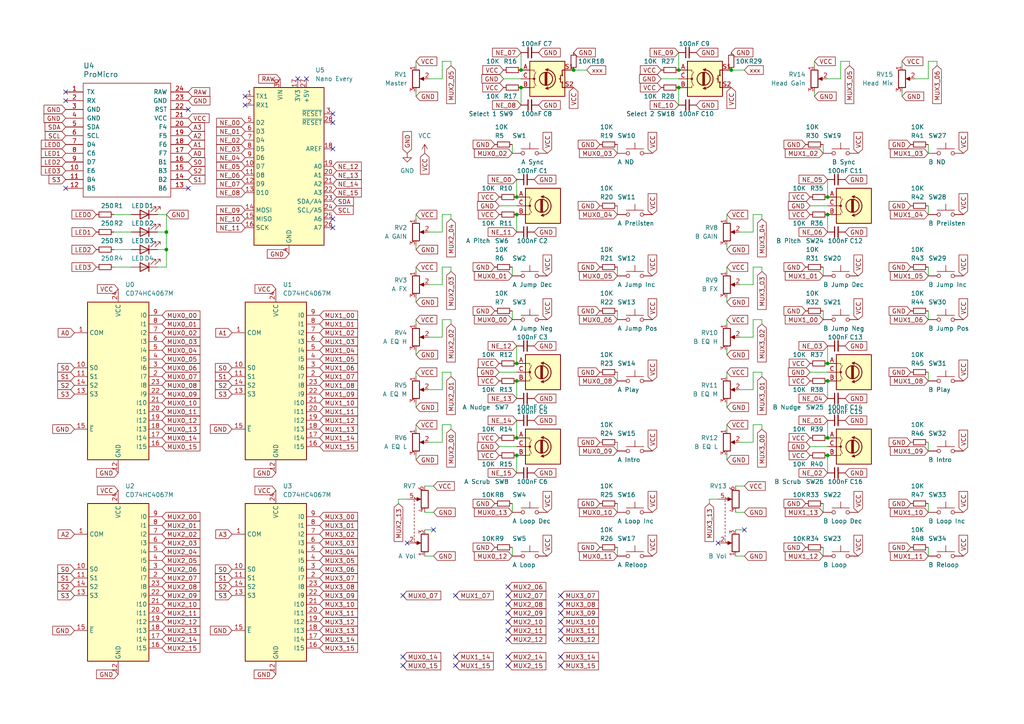
<source format=kicad_sch>
(kicad_sch (version 20211123) (generator eeschema)
  (paper "A4")
  (title_block (title "Brutalist Midi Mixer") (date "2023-01-07") (rev "00") (company "BSPLT"))
  (junction (at 149.86 105.41))
  (junction (at 240.03 105.41))
  (junction (at 151.13 25.4))
  (junction (at 240.03 132.08))
  (junction (at 149.86 132.08))
  (junction (at 240.03 62.23))
  (junction (at 149.86 110.49))
  (junction (at 240.03 57.15))
  (junction (at 166.37 20.32))
  (junction (at 196.85 25.4))
  (junction (at 48.26 67.31))
  (junction (at 240.03 127))
  (junction (at 151.13 20.32))
  (junction (at 212.09 20.32))
  (junction (at 196.85 20.32))
  (junction (at 149.86 62.23))
  (junction (at 48.26 72.39))
  (junction (at 240.03 110.49))
  (junction (at 149.86 127))
  (junction (at 149.86 57.15))
  (no_connect (at 54.61 54.61))
  (no_connect (at 19.05 54.61))
  (no_connect (at 96.52 33.02))
  (no_connect (at 96.52 35.56))
  (no_connect (at 96.52 43.18))
  (no_connect (at 208.28 157.48))
  (no_connect (at 54.61 31.75))
  (no_connect (at 19.05 26.67))
  (no_connect (at 19.05 29.21))
  (no_connect (at 215.9 153.67))
  (no_connect (at 86.36 22.86))
  (no_connect (at 88.9 22.86))
  (no_connect (at 71.12 27.94))
  (no_connect (at 71.12 30.48))
  (no_connect (at 96.52 66.04))
  (no_connect (at 96.52 63.5))
  (no_connect (at 118.11 157.48))
  (no_connect (at 116.84 172.72))
  (no_connect (at 116.84 190.5))
  (no_connect (at 116.84 193.04))
  (no_connect (at 132.08 172.72))
  (no_connect (at 147.32 170.18))
  (no_connect (at 147.32 172.72))
  (no_connect (at 162.56 175.26))
  (no_connect (at 162.56 172.72))
  (no_connect (at 147.32 182.88))
  (no_connect (at 147.32 185.42))
  (no_connect (at 162.56 185.42))
  (no_connect (at 162.56 182.88))
  (no_connect (at 162.56 180.34))
  (no_connect (at 162.56 177.8))
  (no_connect (at 132.08 190.5))
  (no_connect (at 132.08 193.04))
  (no_connect (at 147.32 190.5))
  (no_connect (at 147.32 193.04))
  (no_connect (at 147.32 175.26))
  (no_connect (at 147.32 177.8))
  (no_connect (at 147.32 180.34))
  (no_connect (at 162.56 193.04))
  (no_connect (at 162.56 190.5))
  (no_connect (at 125.73 153.67))
  (wire (pts (xy 120.65 92.71) (xy 120.65 93.98)))
  (wire (pts (xy 196.85 25.4) (xy 196.85 30.48)))
  (wire (pts (xy 269.24 59.69) (xy 269.24 62.23)))
  (wire (pts (xy 151.13 15.24) (xy 151.13 20.32)))
  (wire (pts (xy 179.07 107.95) (xy 179.07 110.49)))
  (wire (pts (xy 124.46 82.55) (xy 128.27 82.55)))
  (wire (pts (xy 218.44 128.27) (xy 218.44 123.19)))
  (wire (pts (xy 210.82 86.36) (xy 210.82 87.63)))
  (wire (pts (xy 166.37 20.32) (xy 170.18 20.32)))
  (wire (pts (xy 240.03 62.23) (xy 240.03 67.31)))
  (wire (pts (xy 240.03 22.86) (xy 243.84 22.86)))
  (wire (pts (xy 238.76 158.75) (xy 238.76 161.29)))
  (wire (pts (xy 120.65 62.23) (xy 120.65 63.5)))
  (wire (pts (xy 213.36 140.97) (xy 215.9 140.97)))
  (wire (pts (xy 120.65 17.78) (xy 120.65 19.05)))
  (wire (pts (xy 179.07 158.75) (xy 179.07 161.29)))
  (wire (pts (xy 148.59 146.05) (xy 148.59 148.59)))
  (wire (pts (xy 124.46 67.31) (xy 128.27 67.31)))
  (wire (pts (xy 124.46 128.27) (xy 128.27 128.27)))
  (wire (pts (xy 234.95 129.54) (xy 240.03 129.54)))
  (wire (pts (xy 238.76 146.05) (xy 238.76 148.59)))
  (wire (pts (xy 218.44 67.31) (xy 218.44 62.23)))
  (wire (pts (xy 271.78 17.78) (xy 271.78 19.05)))
  (wire (pts (xy 269.24 146.05) (xy 269.24 148.59)))
  (wire (pts (xy 128.27 92.71) (xy 130.81 92.71)))
  (wire (pts (xy 218.44 107.95) (xy 220.98 107.95)))
  (wire (pts (xy 149.86 132.08) (xy 149.86 137.16)))
  (wire (pts (xy 128.27 113.03) (xy 128.27 107.95)))
  (wire (pts (xy 48.26 72.39) (xy 48.26 77.47)))
  (wire (pts (xy 130.81 17.78) (xy 130.81 19.05)))
  (wire (pts (xy 220.98 62.23) (xy 220.98 63.5)))
  (wire (pts (xy 210.82 71.12) (xy 210.82 72.39)))
  (wire (pts (xy 48.26 67.31) (xy 48.26 72.39)))
  (wire (pts (xy 220.98 77.47) (xy 220.98 78.74)))
  (wire (pts (xy 261.62 26.67) (xy 261.62 27.94)))
  (wire (pts (xy 148.59 90.17) (xy 148.59 92.71)))
  (wire (pts (xy 45.72 62.23) (xy 48.26 62.23)))
  (wire (pts (xy 269.24 22.86) (xy 269.24 17.78)))
  (wire (pts (xy 269.24 107.95) (xy 269.24 110.49)))
  (wire (pts (xy 214.63 67.31) (xy 218.44 67.31)))
  (wire (pts (xy 218.44 92.71) (xy 220.98 92.71)))
  (wire (pts (xy 120.65 77.47) (xy 120.65 78.74)))
  (wire (pts (xy 218.44 77.47) (xy 220.98 77.47)))
  (wire (pts (xy 144.78 129.54) (xy 149.86 129.54)))
  (wire (pts (xy 210.82 116.84) (xy 210.82 118.11)))
  (wire (pts (xy 236.22 26.67) (xy 236.22 27.94)))
  (wire (pts (xy 149.86 62.23) (xy 149.86 67.31)))
  (wire (pts (xy 210.82 123.19) (xy 210.82 124.46)))
  (wire (pts (xy 151.13 25.4) (xy 151.13 30.48)))
  (wire (pts (xy 124.46 113.03) (xy 128.27 113.03)))
  (wire (pts (xy 213.36 148.59) (xy 215.9 148.59)))
  (wire (pts (xy 269.24 77.47) (xy 269.24 80.01)))
  (wire (pts (xy 234.95 59.69) (xy 240.03 59.69)))
  (wire (pts (xy 236.22 17.78) (xy 236.22 19.05)))
  (wire (pts (xy 124.46 97.79) (xy 128.27 97.79)))
  (wire (pts (xy 123.19 153.67) (xy 125.73 153.67)))
  (wire (pts (xy 115.57 144.78) (xy 115.57 146.05)))
  (wire (pts (xy 243.84 22.86) (xy 243.84 17.78)))
  (wire (pts (xy 269.24 128.27) (xy 269.24 130.81)))
  (wire (pts (xy 261.62 17.78) (xy 261.62 19.05)))
  (wire (pts (xy 144.78 59.69) (xy 149.86 59.69)))
  (wire (pts (xy 123.19 140.97) (xy 125.73 140.97)))
  (wire (pts (xy 214.63 113.03) (xy 218.44 113.03)))
  (wire (pts (xy 48.26 62.23) (xy 48.26 67.31)))
  (wire (pts (xy 120.65 86.36) (xy 120.65 87.63)))
  (wire (pts (xy 265.43 22.86) (xy 269.24 22.86)))
  (wire (pts (xy 214.63 128.27) (xy 218.44 128.27)))
  (wire (pts (xy 210.82 62.23) (xy 210.82 63.5)))
  (wire (pts (xy 120.65 116.84) (xy 120.65 118.11)))
  (wire (pts (xy 210.82 77.47) (xy 210.82 78.74)))
  (wire (pts (xy 218.44 62.23) (xy 220.98 62.23)))
  (wire (pts (xy 243.84 17.78) (xy 246.38 17.78)))
  (wire (pts (xy 218.44 82.55) (xy 218.44 77.47)))
  (wire (pts (xy 128.27 77.47) (xy 130.81 77.47)))
  (wire (pts (xy 128.27 22.86) (xy 128.27 17.78)))
  (wire (pts (xy 128.27 107.95) (xy 130.81 107.95)))
  (wire (pts (xy 45.72 72.39) (xy 48.26 72.39)))
  (wire (pts (xy 149.86 100.33) (xy 149.86 105.41)))
  (wire (pts (xy 148.59 41.91) (xy 148.59 44.45)))
  (wire (pts (xy 218.44 97.79) (xy 218.44 92.71)))
  (wire (pts (xy 240.03 100.33) (xy 240.03 105.41)))
  (wire (pts (xy 120.65 132.08) (xy 120.65 133.35)))
  (wire (pts (xy 45.72 77.47) (xy 48.26 77.47)))
  (wire (pts (xy 179.07 41.91) (xy 179.07 44.45)))
  (wire (pts (xy 240.03 52.07) (xy 240.03 57.15)))
  (wire (pts (xy 269.24 41.91) (xy 269.24 44.45)))
  (wire (pts (xy 210.82 132.08) (xy 210.82 133.35)))
  (wire (pts (xy 269.24 17.78) (xy 271.78 17.78)))
  (wire (pts (xy 210.82 107.95) (xy 210.82 109.22)))
  (wire (pts (xy 238.76 77.47) (xy 238.76 80.01)))
  (wire (pts (xy 120.65 123.19) (xy 120.65 124.46)))
  (wire (pts (xy 213.36 153.67) (xy 215.9 153.67)))
  (wire (pts (xy 213.36 161.29) (xy 215.9 161.29)))
  (wire (pts (xy 214.63 82.55) (xy 218.44 82.55)))
  (wire (pts (xy 220.98 92.71) (xy 220.98 93.98)))
  (wire (pts (xy 220.98 107.95) (xy 220.98 109.22)))
  (wire (pts (xy 191.77 22.86) (xy 196.85 22.86)))
  (wire (pts (xy 128.27 128.27) (xy 128.27 123.19)))
  (wire (pts (xy 120.65 107.95) (xy 120.65 109.22)))
  (wire (pts (xy 128.27 82.55) (xy 128.27 77.47)))
  (wire (pts (xy 149.86 52.07) (xy 149.86 57.15)))
  (wire (pts (xy 118.11 144.78) (xy 115.57 144.78)))
  (wire (pts (xy 123.19 148.59) (xy 125.73 148.59)))
  (wire (pts (xy 149.86 110.49) (xy 149.86 115.57)))
  (wire (pts (xy 218.44 113.03) (xy 218.44 107.95)))
  (wire (pts (xy 269.24 158.75) (xy 269.24 161.29)))
  (wire (pts (xy 238.76 41.91) (xy 238.76 44.45)))
  (wire (pts (xy 33.02 67.31) (xy 38.1 67.31)))
  (wire (pts (xy 128.27 67.31) (xy 128.27 62.23)))
  (wire (pts (xy 179.07 146.05) (xy 179.07 148.59)))
  (wire (pts (xy 123.19 161.29) (xy 125.73 161.29)))
  (wire (pts (xy 130.81 92.71) (xy 130.81 93.98)))
  (wire (pts (xy 210.82 101.6) (xy 210.82 102.87)))
  (wire (pts (xy 214.63 97.79) (xy 218.44 97.79)))
  (wire (pts (xy 205.74 144.78) (xy 205.74 146.05)))
  (wire (pts (xy 128.27 62.23) (xy 130.81 62.23)))
  (wire (pts (xy 218.44 123.19) (xy 220.98 123.19)))
  (wire (pts (xy 33.02 77.47) (xy 38.1 77.47)))
  (wire (pts (xy 210.82 92.71) (xy 210.82 93.98)))
  (wire (pts (xy 130.81 77.47) (xy 130.81 78.74)))
  (wire (pts (xy 196.85 15.24) (xy 196.85 20.32)))
  (wire (pts (xy 238.76 90.17) (xy 238.76 92.71)))
  (wire (pts (xy 179.07 90.17) (xy 179.07 92.71)))
  (wire (pts (xy 179.07 77.47) (xy 179.07 80.01)))
  (wire (pts (xy 128.27 97.79) (xy 128.27 92.71)))
  (wire (pts (xy 240.03 132.08) (xy 240.03 137.16)))
  (wire (pts (xy 269.24 90.17) (xy 269.24 92.71)))
  (wire (pts (xy 144.78 107.95) (xy 149.86 107.95)))
  (wire (pts (xy 240.03 110.49) (xy 240.03 115.57)))
  (wire (pts (xy 120.65 101.6) (xy 120.65 102.87)))
  (wire (pts (xy 146.05 22.86) (xy 151.13 22.86)))
  (wire (pts (xy 149.86 121.92) (xy 149.86 127)))
  (wire (pts (xy 128.27 123.19) (xy 130.81 123.19)))
  (wire (pts (xy 33.02 72.39) (xy 38.1 72.39)))
  (wire (pts (xy 130.81 62.23) (xy 130.81 63.5)))
  (wire (pts (xy 240.03 121.92) (xy 240.03 127)))
  (wire (pts (xy 124.46 22.86) (xy 128.27 22.86)))
  (wire (pts (xy 208.28 144.78) (xy 205.74 144.78)))
  (wire (pts (xy 45.72 67.31) (xy 48.26 67.31)))
  (wire (pts (xy 246.38 17.78) (xy 246.38 19.05)))
  (wire (pts (xy 33.02 62.23) (xy 38.1 62.23)))
  (wire (pts (xy 179.07 128.27) (xy 179.07 130.81)))
  (wire (pts (xy 179.07 59.69) (xy 179.07 62.23)))
  (wire (pts (xy 120.65 71.12) (xy 120.65 72.39)))
  (wire (pts (xy 148.59 77.47) (xy 148.59 80.01)))
  (wire (pts (xy 212.09 20.32) (xy 215.9 20.32)))
  (wire (pts (xy 234.95 107.95) (xy 240.03 107.95)))
  (wire (pts (xy 130.81 123.19) (xy 130.81 124.46)))
  (wire (pts (xy 130.81 107.95) (xy 130.81 109.22)))
  (wire (pts (xy 128.27 17.78) (xy 130.81 17.78)))
  (wire (pts (xy 220.98 123.19) (xy 220.98 124.46)))
  (wire (pts (xy 148.59 158.75) (xy 148.59 161.29)))
  (wire (pts (xy 120.65 26.67) (xy 120.65 27.94)))
  (global_label "GND" (shape input) (at 245.11 52.07 0) (property "Intersheet References" "${INTERSHEET_REFS}" (effects hide)))
  (global_label "GND" (shape input) (at 245.11 67.31 0) (property "Intersheet References" "${INTERSHEET_REFS}" (effects hide)))
  (global_label "S3" (shape input) (at 21.59 172.72 180) (property "Intersheet References" "${INTERSHEET_REFS}" (effects hide)))
  (global_label "GND" (shape input) (at 83.82 73.66 180) (property "Intersheet References" "${INTERSHEET_REFS}" (effects hide)))
  (global_label "GND" (shape input) (at 156.21 15.24 0) (property "Intersheet References" "${INTERSHEET_REFS}" (effects hide)))
  (global_label "SCL" (shape input) (at 19.05 39.37 180) (property "Intersheet References" "${INTERSHEET_REFS}" (effects hide)))
  (global_label "NE_00" (shape input) (at 71.12 35.56 180) (property "Intersheet References" "${INTERSHEET_REFS}" (effects hide)))
  (global_label "GND" (shape input) (at 233.68 158.75 180) (property "Intersheet References" "${INTERSHEET_REFS}" (effects hide)))
  (global_label "MUX2_06" (shape input) (at 46.99 165.1 0) (property "Intersheet References" "${INTERSHEET_REFS}" (effects hide)))
  (global_label "MUX3_01" (shape input) (at 92.71 152.4 0) (property "Intersheet References" "${INTERSHEET_REFS}" (effects hide)))
  (global_label "GND" (shape input) (at 154.94 67.31 0) (property "Intersheet References" "${INTERSHEET_REFS}" (effects hide)))
  (global_label "VCC" (shape input) (at 189.23 148.59 90) (property "Intersheet References" "${INTERSHEET_REFS}" (effects hide)))
  (global_label "MUX3_10" (shape input) (at 162.56 180.34 0) (property "Intersheet References" "${INTERSHEET_REFS}" (effects hide)))
  (global_label "VCC" (shape input) (at 123.19 44.45 270) (property "Intersheet References" "${INTERSHEET_REFS}" (effects hide)))
  (global_label "GND" (shape input) (at 125.73 161.29 0) (property "Intersheet References" "${INTERSHEET_REFS}" (effects hide)))
  (global_label "GND" (shape input) (at 21.59 124.46 180) (property "Intersheet References" "${INTERSHEET_REFS}" (effects hide)))
  (global_label "NE_05" (shape input) (at 71.12 48.26 180) (property "Intersheet References" "${INTERSHEET_REFS}" (effects hide)))
  (global_label "MUX0_03" (shape input) (at 46.99 99.06 0) (property "Intersheet References" "${INTERSHEET_REFS}" (effects hide)))
  (global_label "MUX1_12" (shape input) (at 92.71 121.92 0) (property "Intersheet References" "${INTERSHEET_REFS}" (effects hide)))
  (global_label "VCC" (shape input) (at 191.77 20.32 180) (property "Intersheet References" "${INTERSHEET_REFS}" (effects hide)))
  (global_label "GND" (shape input) (at 233.68 77.47 180) (property "Intersheet References" "${INTERSHEET_REFS}" (effects hide)))
  (global_label "MUX3_08" (shape input) (at 92.71 170.18 0) (property "Intersheet References" "${INTERSHEET_REFS}" (effects hide)))
  (global_label "MUX0_07" (shape input) (at 116.84 172.72 0) (property "Intersheet References" "${INTERSHEET_REFS}" (effects hide)))
  (global_label "LED2" (shape input) (at 27.94 72.39 180) (property "Intersheet References" "${INTERSHEET_REFS}" (effects hide)))
  (global_label "VCC" (shape input) (at 212.09 25.4 270) (property "Intersheet References" "${INTERSHEET_REFS}" (effects hide)))
  (global_label "GND" (shape input) (at 143.51 90.17 180) (property "Intersheet References" "${INTERSHEET_REFS}" (effects hide)))
  (global_label "MUX2_11" (shape input) (at 147.32 182.88 0) (property "Intersheet References" "${INTERSHEET_REFS}" (effects hide)))
  (global_label "MUX1_15" (shape input) (at 132.08 193.04 0) (property "Intersheet References" "${INTERSHEET_REFS}" (effects hide)))
  (global_label "GND" (shape input) (at 120.65 118.11 0) (property "Intersheet References" "${INTERSHEET_REFS}" (effects hide)))
  (global_label "GND" (shape input) (at 80.01 195.58 180) (property "Intersheet References" "${INTERSHEET_REFS}" (effects hide)))
  (global_label "NE_00" (shape input) (at 149.86 52.07 180) (property "Intersheet References" "${INTERSHEET_REFS}" (effects hide)))
  (global_label "VCC" (shape input) (at 279.4 80.01 90) (property "Intersheet References" "${INTERSHEET_REFS}" (effects hide)))
  (global_label "GND" (shape input) (at 144.78 129.54 180) (property "Intersheet References" "${INTERSHEET_REFS}" (effects hide)))
  (global_label "NE_06" (shape input) (at 71.12 50.8 180) (property "Intersheet References" "${INTERSHEET_REFS}" (effects hide)))
  (global_label "GND" (shape input) (at 80.01 137.16 180) (property "Intersheet References" "${INTERSHEET_REFS}" (effects hide)))
  (global_label "MUX1_08" (shape input) (at 92.71 111.76 0) (property "Intersheet References" "${INTERSHEET_REFS}" (effects hide)))
  (global_label "MUX3_06" (shape input) (at 271.78 19.05 270) (property "Intersheet References" "${INTERSHEET_REFS}" (effects hide)))
  (global_label "RAW" (shape input) (at 54.61 26.67 0) (property "Intersheet References" "${INTERSHEET_REFS}" (effects hide)))
  (global_label "GND" (shape input) (at 264.16 146.05 180) (property "Intersheet References" "${INTERSHEET_REFS}" (effects hide)))
  (global_label "RAW" (shape input) (at 81.28 22.86 180) (property "Intersheet References" "${INTERSHEET_REFS}" (effects hide)))
  (global_label "VCC" (shape input) (at 146.05 20.32 180) (property "Intersheet References" "${INTERSHEET_REFS}" (effects hide)))
  (global_label "MUX2_01" (shape input) (at 130.81 109.22 270) (property "Intersheet References" "${INTERSHEET_REFS}" (effects hide)))
  (global_label "GND" (shape input) (at 120.65 133.35 0) (property "Intersheet References" "${INTERSHEET_REFS}" (effects hide)))
  (global_label "GND" (shape input) (at 120.65 102.87 0) (property "Intersheet References" "${INTERSHEET_REFS}" (effects hide)))
  (global_label "MUX3_00" (shape input) (at 92.71 149.86 0) (property "Intersheet References" "${INTERSHEET_REFS}" (effects hide)))
  (global_label "MUX0_14" (shape input) (at 46.99 127 0) (property "Intersheet References" "${INTERSHEET_REFS}" (effects hide)))
  (global_label "VCC" (shape input) (at 189.23 110.49 90) (property "Intersheet References" "${INTERSHEET_REFS}" (effects hide)))
  (global_label "MUX1_07" (shape input) (at 132.08 172.72 0) (property "Intersheet References" "${INTERSHEET_REFS}" (effects hide)))
  (global_label "NE_09" (shape input) (at 196.85 15.24 180) (property "Intersheet References" "${INTERSHEET_REFS}" (effects hide)))
  (global_label "SDA" (shape input) (at 96.52 58.42 0) (property "Intersheet References" "${INTERSHEET_REFS}" (effects hide)))
  (global_label "MUX0_05" (shape input) (at 179.07 80.01 180) (property "Intersheet References" "${INTERSHEET_REFS}" (effects hide)))
  (global_label "GND" (shape input) (at 173.99 41.91 180) (property "Intersheet References" "${INTERSHEET_REFS}" (effects hide)))
  (global_label "GND" (shape input) (at 154.94 100.33 0) (property "Intersheet References" "${INTERSHEET_REFS}" (effects hide)))
  (global_label "MUX3_09" (shape input) (at 92.71 172.72 0) (property "Intersheet References" "${INTERSHEET_REFS}" (effects hide)))
  (global_label "LED2" (shape input) (at 19.05 46.99 180) (property "Intersheet References" "${INTERSHEET_REFS}" (effects hide)))
  (global_label "MUX2_06" (shape input) (at 147.32 170.18 0) (property "Intersheet References" "${INTERSHEET_REFS}" (effects hide)))
  (global_label "NE_06" (shape input) (at 240.03 67.31 180) (property "Intersheet References" "${INTERSHEET_REFS}" (effects hide)))
  (global_label "VCC" (shape input) (at 189.23 92.71 90) (property "Intersheet References" "${INTERSHEET_REFS}" (effects hide)))
  (global_label "VCC" (shape input) (at 236.22 17.78 0) (property "Intersheet References" "${INTERSHEET_REFS}" (effects hide)))
  (global_label "GND" (shape input) (at 48.26 62.23 0) (property "Intersheet References" "${INTERSHEET_REFS}" (effects hide)))
  (global_label "MUX3_07" (shape input) (at 162.56 172.72 0) (property "Intersheet References" "${INTERSHEET_REFS}" (effects hide)))
  (global_label "NE_13" (shape input) (at 96.52 50.8 0) (property "Intersheet References" "${INTERSHEET_REFS}" (effects hide)))
  (global_label "VCC" (shape input) (at 54.61 34.29 0) (property "Intersheet References" "${INTERSHEET_REFS}" (effects hide)))
  (global_label "MUX1_08" (shape input) (at 269.24 110.49 180) (property "Intersheet References" "${INTERSHEET_REFS}" (effects hide)))
  (global_label "GND" (shape input) (at 143.51 41.91 180) (property "Intersheet References" "${INTERSHEET_REFS}" (effects hide)))
  (global_label "VCC" (shape input) (at 215.9 140.97 0) (property "Intersheet References" "${INTERSHEET_REFS}" (effects hide)))
  (global_label "MUX2_09" (shape input) (at 46.99 172.72 0) (property "Intersheet References" "${INTERSHEET_REFS}" (effects hide)))
  (global_label "MUX1_02" (shape input) (at 238.76 44.45 180) (property "Intersheet References" "${INTERSHEET_REFS}" (effects hide)))
  (global_label "VCC" (shape input) (at 234.95 105.41 180) (property "Intersheet References" "${INTERSHEET_REFS}" (effects hide)))
  (global_label "MUX2_05" (shape input) (at 46.99 162.56 0) (property "Intersheet References" "${INTERSHEET_REFS}" (effects hide)))
  (global_label "MUX3_04" (shape input) (at 92.71 160.02 0) (property "Intersheet References" "${INTERSHEET_REFS}" (effects hide)))
  (global_label "GND" (shape input) (at 146.05 22.86 180) (property "Intersheet References" "${INTERSHEET_REFS}" (effects hide)))
  (global_label "A2" (shape input) (at 54.61 39.37 0) (property "Intersheet References" "${INTERSHEET_REFS}" (effects hide)))
  (global_label "S3" (shape input) (at 19.05 52.07 180) (property "Intersheet References" "${INTERSHEET_REFS}" (effects hide)))
  (global_label "MUX2_03" (shape input) (at 46.99 157.48 0) (property "Intersheet References" "${INTERSHEET_REFS}" (effects hide)))
  (global_label "MUX0_14" (shape input) (at 116.84 190.5 0) (property "Intersheet References" "${INTERSHEET_REFS}" (effects hide)))
  (global_label "VCC" (shape input) (at 279.4 161.29 90) (property "Intersheet References" "${INTERSHEET_REFS}" (effects hide)))
  (global_label "NE_10" (shape input) (at 196.85 30.48 180) (property "Intersheet References" "${INTERSHEET_REFS}" (effects hide)))
  (global_label "GND" (shape input) (at 191.77 22.86 180) (property "Intersheet References" "${INTERSHEET_REFS}" (effects hide)))
  (global_label "VCC" (shape input) (at 144.78 57.15 180) (property "Intersheet References" "${INTERSHEET_REFS}" (effects hide)))
  (global_label "MUX1_11" (shape input) (at 269.24 161.29 180) (property "Intersheet References" "${INTERSHEET_REFS}" (effects hide)))
  (global_label "MUX0_11" (shape input) (at 179.07 161.29 180) (property "Intersheet References" "${INTERSHEET_REFS}" (effects hide)))
  (global_label "MUX2_01" (shape input) (at 46.99 152.4 0) (property "Intersheet References" "${INTERSHEET_REFS}" (effects hide)))
  (global_label "A2" (shape input) (at 21.59 154.94 180) (property "Intersheet References" "${INTERSHEET_REFS}" (effects hide)))
  (global_label "GND" (shape input) (at 264.16 90.17 180) (property "Intersheet References" "${INTERSHEET_REFS}" (effects hide)))
  (global_label "MUX1_05" (shape input) (at 269.24 80.01 180) (property "Intersheet References" "${INTERSHEET_REFS}" (effects hide)))
  (global_label "MUX2_05" (shape input) (at 130.81 19.05 270) (property "Intersheet References" "${INTERSHEET_REFS}" (effects hide)))
  (global_label "MUX3_09" (shape input) (at 162.56 177.8 0) (property "Intersheet References" "${INTERSHEET_REFS}" (effects hide)))
  (global_label "MUX1_02" (shape input) (at 92.71 96.52 0) (property "Intersheet References" "${INTERSHEET_REFS}" (effects hide)))
  (global_label "GND" (shape input) (at 173.99 77.47 180) (property "Intersheet References" "${INTERSHEET_REFS}" (effects hide)))
  (global_label "VCC" (shape input) (at 144.78 132.08 180) (property "Intersheet References" "${INTERSHEET_REFS}" (effects hide)))
  (global_label "NE_11" (shape input) (at 149.86 67.31 180) (property "Intersheet References" "${INTERSHEET_REFS}" (effects hide)))
  (global_label "MUX0_09" (shape input) (at 179.07 130.81 180) (property "Intersheet References" "${INTERSHEET_REFS}" (effects hide)))
  (global_label "SCL" (shape input) (at 96.52 60.96 0) (property "Intersheet References" "${INTERSHEET_REFS}" (effects hide)))
  (global_label "VCC" (shape input) (at 158.75 92.71 90) (property "Intersheet References" "${INTERSHEET_REFS}" (effects hide)))
  (global_label "VCC" (shape input) (at 144.78 127 180) (property "Intersheet References" "${INTERSHEET_REFS}" (effects hide)))
  (global_label "GND" (shape input) (at 21.59 182.88 180) (property "Intersheet References" "${INTERSHEET_REFS}" (effects hide)))
  (global_label "VCC" (shape input) (at 125.73 140.97 0) (property "Intersheet References" "${INTERSHEET_REFS}" (effects hide)))
  (global_label "MUX3_07" (shape input) (at 92.71 167.64 0) (property "Intersheet References" "${INTERSHEET_REFS}" (effects hide)))
  (global_label "NE_08" (shape input) (at 151.13 30.48 180) (property "Intersheet References" "${INTERSHEET_REFS}" (effects hide)))
  (global_label "GND" (shape input) (at 125.73 148.59 0) (property "Intersheet References" "${INTERSHEET_REFS}" (effects hide)))
  (global_label "MUX2_11" (shape input) (at 46.99 177.8 0) (property "Intersheet References" "${INTERSHEET_REFS}" (effects hide)))
  (global_label "NE_14" (shape input) (at 149.86 121.92 180) (property "Intersheet References" "${INTERSHEET_REFS}" (effects hide)))
  (global_label "GND" (shape input) (at 67.31 124.46 180) (property "Intersheet References" "${INTERSHEET_REFS}" (effects hide)))
  (global_label "GND" (shape input) (at 144.78 59.69 180) (property "Intersheet References" "${INTERSHEET_REFS}" (effects hide)))
  (global_label "MUX1_01" (shape input) (at 92.71 93.98 0) (property "Intersheet References" "${INTERSHEET_REFS}" (effects hide)))
  (global_label "GND" (shape input) (at 201.93 15.24 0) (property "Intersheet References" "${INTERSHEET_REFS}" (effects hide)))
  (global_label "GND" (shape input) (at 120.65 87.63 0) (property "Intersheet References" "${INTERSHEET_REFS}" (effects hide)))
  (global_label "MUX2_08" (shape input) (at 46.99 170.18 0) (property "Intersheet References" "${INTERSHEET_REFS}" (effects hide)))
  (global_label "MUX3_08" (shape input) (at 162.56 175.26 0) (property "Intersheet References" "${INTERSHEET_REFS}" (effects hide)))
  (global_label "VCC" (shape input) (at 80.01 83.82 180) (property "Intersheet References" "${INTERSHEET_REFS}" (effects hide)))
  (global_label "GND" (shape input) (at 173.99 146.05 180) (property "Intersheet References" "${INTERSHEET_REFS}" (effects hide)))
  (global_label "GND" (shape input) (at 210.82 102.87 0) (property "Intersheet References" "${INTERSHEET_REFS}" (effects hide)))
  (global_label "VCC" (shape input) (at 248.92 92.71 90) (property "Intersheet References" "${INTERSHEET_REFS}" (effects hide)))
  (global_label "GND" (shape input) (at 143.51 77.47 180) (property "Intersheet References" "${INTERSHEET_REFS}" (effects hide)))
  (global_label "GND" (shape input) (at 120.65 27.94 0) (property "Intersheet References" "${INTERSHEET_REFS}" (effects hide)))
  (global_label "MUX1_14" (shape input) (at 132.08 190.5 0) (property "Intersheet References" "${INTERSHEET_REFS}" (effects hide)))
  (global_label "S0" (shape input) (at 21.59 106.68 180) (property "Intersheet References" "${INTERSHEET_REFS}" (effects hide)))
  (global_label "LED1" (shape input) (at 19.05 44.45 180) (property "Intersheet References" "${INTERSHEET_REFS}" (effects hide)))
  (global_label "GND" (shape input) (at 173.99 107.95 180) (property "Intersheet References" "${INTERSHEET_REFS}" (effects hide)))
  (global_label "S3" (shape input) (at 67.31 114.3 180) (property "Intersheet References" "${INTERSHEET_REFS}" (effects hide)))
  (global_label "MUX3_11" (shape input) (at 92.71 177.8 0) (property "Intersheet References" "${INTERSHEET_REFS}" (effects hide)))
  (global_label "xxx" (shape input) (at 170.18 20.32 0) (property "Intersheet References" "${INTERSHEET_REFS}" (effects hide)))
  (global_label "MUX1_15" (shape input) (at 92.71 129.54 0) (property "Intersheet References" "${INTERSHEET_REFS}" (effects hide)))
  (global_label "MUX0_07" (shape input) (at 46.99 109.22 0) (property "Intersheet References" "${INTERSHEET_REFS}" (effects hide)))
  (global_label "MUX2_14" (shape input) (at 147.32 190.5 0) (property "Intersheet References" "${INTERSHEET_REFS}" (effects hide)))
  (global_label "NE_01" (shape input) (at 71.12 38.1 180) (property "Intersheet References" "${INTERSHEET_REFS}" (effects hide)))
  (global_label "MUX0_03" (shape input) (at 179.07 44.45 180) (property "Intersheet References" "${INTERSHEET_REFS}" (effects hide)))
  (global_label "NE_13" (shape input) (at 149.86 115.57 180) (property "Intersheet References" "${INTERSHEET_REFS}" (effects hide)))
  (global_label "VCC" (shape input) (at 120.65 77.47 0) (property "Intersheet References" "${INTERSHEET_REFS}" (effects hide)))
  (global_label "MUX2_13" (shape input) (at 115.57 146.05 270) (property "Intersheet References" "${INTERSHEET_REFS}" (effects hide)))
  (global_label "VCC" (shape input) (at 261.62 17.78 0) (property "Intersheet References" "${INTERSHEET_REFS}" (effects hide)))
  (global_label "GND" (shape input) (at 34.29 195.58 180) (property "Intersheet References" "${INTERSHEET_REFS}" (effects hide)))
  (global_label "VCC" (shape input) (at 189.23 130.81 90) (property "Intersheet References" "${INTERSHEET_REFS}" (effects hide)))
  (global_label "GND" (shape input) (at 234.95 59.69 180) (property "Intersheet References" "${INTERSHEET_REFS}" (effects hide)))
  (global_label "S1" (shape input) (at 67.31 167.64 180) (property "Intersheet References" "${INTERSHEET_REFS}" (effects hide)))
  (global_label "MUX1_00" (shape input) (at 238.76 92.71 180) (property "Intersheet References" "${INTERSHEET_REFS}" (effects hide)))
  (global_label "MUX3_03" (shape input) (at 220.98 78.74 270) (property "Intersheet References" "${INTERSHEET_REFS}" (effects hide)))
  (global_label "GND" (shape input) (at 233.68 90.17 180) (property "Intersheet References" "${INTERSHEET_REFS}" (effects hide)))
  (global_label "NE_03" (shape input) (at 71.12 43.18 180) (property "Intersheet References" "${INTERSHEET_REFS}" (effects hide)))
  (global_label "GND" (shape input) (at 154.94 137.16 0) (property "Intersheet References" "${INTERSHEET_REFS}" (effects hide)))
  (global_label "MUX1_07" (shape input) (at 92.71 109.22 0) (property "Intersheet References" "${INTERSHEET_REFS}" (effects hide)))
  (global_label "S0" (shape input) (at 21.59 165.1 180) (property "Intersheet References" "${INTERSHEET_REFS}" (effects hide)))
  (global_label "VCC" (shape input) (at 120.65 107.95 0) (property "Intersheet References" "${INTERSHEET_REFS}" (effects hide)))
  (global_label "MUX0_02" (shape input) (at 148.59 44.45 180) (property "Intersheet References" "${INTERSHEET_REFS}" (effects hide)))
  (global_label "MUX3_10" (shape input) (at 92.71 175.26 0) (property "Intersheet References" "${INTERSHEET_REFS}" (effects hide)))
  (global_label "VCC" (shape input) (at 279.4 148.59 90) (property "Intersheet References" "${INTERSHEET_REFS}" (effects hide)))
  (global_label "GND" (shape input) (at 156.21 30.48 0) (property "Intersheet References" "${INTERSHEET_REFS}" (effects hide)))
  (global_label "S2" (shape input) (at 67.31 170.18 180) (property "Intersheet References" "${INTERSHEET_REFS}" (effects hide)))
  (global_label "LED1" (shape input) (at 27.94 67.31 180) (property "Intersheet References" "${INTERSHEET_REFS}" (effects hide)))
  (global_label "GND" (shape input) (at 166.37 15.24 0) (property "Intersheet References" "${INTERSHEET_REFS}" (effects hide)))
  (global_label "GND" (shape input) (at 212.09 15.24 0) (property "Intersheet References" "${INTERSHEET_REFS}" (effects hide)))
  (global_label "S2" (shape input) (at 54.61 49.53 0) (property "Intersheet References" "${INTERSHEET_REFS}" (effects hide)))
  (global_label "GND" (shape input) (at 19.05 34.29 180) (property "Intersheet References" "${INTERSHEET_REFS}" (effects hide)))
  (global_label "GND" (shape input) (at 245.11 137.16 0) (property "Intersheet References" "${INTERSHEET_REFS}" (effects hide)))
  (global_label "VCC" (shape input) (at 234.95 110.49 180) (property "Intersheet References" "${INTERSHEET_REFS}" (effects hide)))
  (global_label "S1" (shape input) (at 54.61 52.07 0) (property "Intersheet References" "${INTERSHEET_REFS}" (effects hide)))
  (global_label "GND" (shape input) (at 233.68 41.91 180) (property "Intersheet References" "${INTERSHEET_REFS}" (effects hide)))
  (global_label "MUX0_01" (shape input) (at 46.99 93.98 0) (property "Intersheet References" "${INTERSHEET_REFS}" (effects hide)))
  (global_label "NE_14" (shape input) (at 96.52 53.34 0) (property "Intersheet References" "${INTERSHEET_REFS}" (effects hide)))
  (global_label "VCC" (shape input) (at 210.82 123.19 0) (property "Intersheet References" "${INTERSHEET_REFS}" (effects hide)))
  (global_label "VCC" (shape input) (at 120.65 62.23 0) (property "Intersheet References" "${INTERSHEET_REFS}" (effects hide)))
  (global_label "VCC" (shape input) (at 191.77 25.4 180) (property "Intersheet References" "${INTERSHEET_REFS}" (effects hide)))
  (global_label "VCC" (shape input) (at 80.01 142.24 180) (property "Intersheet References" "${INTERSHEET_REFS}" (effects hide)))
  (global_label "MUX0_02" (shape input) (at 46.99 96.52 0) (property "Intersheet References" "${INTERSHEET_REFS}" (effects hide)))
  (global_label "VCC" (shape input) (at 146.05 25.4 180) (property "Intersheet References" "${INTERSHEET_REFS}" (effects hide)))
  (global_label "GND" (shape input) (at 120.65 72.39 0) (property "Intersheet References" "${INTERSHEET_REFS}" (effects hide)))
  (global_label "GND" (shape input) (at 264.16 59.69 180) (property "Intersheet References" "${INTERSHEET_REFS}" (effects hide)))
  (global_label "GND" (shape input) (at 264.16 41.91 180) (property "Intersheet References" "${INTERSHEET_REFS}" (effects hide)))
  (global_label "A3" (shape input) (at 67.31 154.94 180) (property "Intersheet References" "${INTERSHEET_REFS}" (effects hide)))
  (global_label "GND" (shape input) (at 154.94 121.92 0) (property "Intersheet References" "${INTERSHEET_REFS}" (effects hide)))
  (global_label "NE_15" (shape input) (at 149.86 137.16 180) (property "Intersheet References" "${INTERSHEET_REFS}" (effects hide)))
  (global_label "NE_11" (shape input) (at 71.12 66.04 180) (property "Intersheet References" "${INTERSHEET_REFS}" (effects hide)))
  (global_label "NE_03" (shape input) (at 240.03 100.33 180) (property "Intersheet References" "${INTERSHEET_REFS}" (effects hide)))
  (global_label "VCC" (shape input) (at 210.82 77.47 0) (property "Intersheet References" "${INTERSHEET_REFS}" (effects hide)))
  (global_label "S1" (shape input) (at 21.59 167.64 180) (property "Intersheet References" "${INTERSHEET_REFS}" (effects hide)))
  (global_label "VCC" (shape input) (at 120.65 123.19 0) (property "Intersheet References" "${INTERSHEET_REFS}" (effects hide)))
  (global_label "NE_12" (shape input) (at 96.52 48.26 0) (property "Intersheet References" "${INTERSHEET_REFS}" (effects hide)))
  (global_label "GND" (shape input) (at 143.51 158.75 180) (property "Intersheet References" "${INTERSHEET_REFS}" (effects hide)))
  (global_label "MUX0_13" (shape input) (at 46.99 124.46 0) (property "Intersheet References" "${INTERSHEET_REFS}" (effects hide)))
  (global_label "A1" (shape input) (at 67.31 96.52 180) (property "Intersheet References" "${INTERSHEET_REFS}" (effects hide)))
  (global_label "MUX2_02" (shape input) (at 130.81 93.98 270) (property "Intersheet References" "${INTERSHEET_REFS}" (effects hide)))
  (global_label "A0" (shape input) (at 54.61 44.45 0) (property "Intersheet References" "${INTERSHEET_REFS}" (effects hide)))
  (global_label "NE_02" (shape input) (at 71.12 40.64 180) (property "Intersheet References" "${INTERSHEET_REFS}" (effects hide)))
  (global_label "MUX3_05" (shape input) (at 92.71 162.56 0) (property "Intersheet References" "${INTERSHEET_REFS}" (effects hide)))
  (global_label "MUX3_14" (shape input) (at 92.71 185.42 0) (property "Intersheet References" "${INTERSHEET_REFS}" (effects hide)))
  (global_label "MUX1_12" (shape input) (at 238.76 161.29 180) (property "Intersheet References" "${INTERSHEET_REFS}" (effects hide)))
  (global_label "GND" (shape input) (at 173.99 128.27 180) (property "Intersheet References" "${INTERSHEET_REFS}" (effects hide)))
  (global_label "GND" (shape input) (at 264.16 158.75 180) (property "Intersheet References" "${INTERSHEET_REFS}" (effects hide)))
  (global_label "VCC" (shape input) (at 279.4 44.45 90) (property "Intersheet References" "${INTERSHEET_REFS}" (effects hide)))
  (global_label "S0" (shape input) (at 67.31 165.1 180) (property "Intersheet References" "${INTERSHEET_REFS}" (effects hide)))
  (global_label "NE_12" (shape input) (at 149.86 100.33 180) (property "Intersheet References" "${INTERSHEET_REFS}" (effects hide)))
  (global_label "MUX2_08" (shape input) (at 147.32 175.26 0) (property "Intersheet References" "${INTERSHEET_REFS}" (effects hide)))
  (global_label "MUX2_07" (shape input) (at 46.99 167.64 0) (property "Intersheet References" "${INTERSHEET_REFS}" (effects hide)))
  (global_label "GND" (shape input) (at 173.99 90.17 180) (property "Intersheet References" "${INTERSHEET_REFS}" (effects hide)))
  (global_label "MUX2_04" (shape input) (at 46.99 160.02 0) (property "Intersheet References" "${INTERSHEET_REFS}" (effects hide)))
  (global_label "GND" (shape input) (at 245.11 121.92 0) (property "Intersheet References" "${INTERSHEET_REFS}" (effects hide)))
  (global_label "MUX3_02" (shape input) (at 92.71 154.94 0) (property "Intersheet References" "${INTERSHEET_REFS}" (effects hide)))
  (global_label "MUX1_04" (shape input) (at 92.71 101.6 0) (property "Intersheet References" "${INTERSHEET_REFS}" (effects hide)))
  (global_label "NE_10" (shape input) (at 71.12 63.5 180) (property "Intersheet References" "${INTERSHEET_REFS}" (effects hide)))
  (global_label "VCC" (shape input) (at 248.92 80.01 90) (property "Intersheet References" "${INTERSHEET_REFS}" (effects hide)))
  (global_label "LED0" (shape input) (at 27.94 62.23 180) (property "Intersheet References" "${INTERSHEET_REFS}" (effects hide)))
  (global_label "MUX2_09" (shape input) (at 147.32 177.8 0) (property "Intersheet References" "${INTERSHEET_REFS}" (effects hide)))
  (global_label "MUX2_03" (shape input) (at 130.81 78.74 270) (property "Intersheet References" "${INTERSHEET_REFS}" (effects hide)))
  (global_label "VCC" (shape input) (at 210.82 92.71 0) (property "Intersheet References" "${INTERSHEET_REFS}" (effects hide)))
  (global_label "NE_04" (shape input) (at 71.12 45.72 180) (property "Intersheet References" "${INTERSHEET_REFS}" (effects hide)))
  (global_label "GND" (shape input) (at 67.31 182.88 180) (property "Intersheet References" "${INTERSHEET_REFS}" (effects hide)))
  (global_label "VCC" (shape input) (at 158.75 80.01 90) (property "Intersheet References" "${INTERSHEET_REFS}" (effects hide)))
  (global_label "MUX3_13" (shape input) (at 205.74 146.05 270) (property "Intersheet References" "${INTERSHEET_REFS}" (effects hide)))
  (global_label "S3" (shape input) (at 67.31 172.72 180) (property "Intersheet References" "${INTERSHEET_REFS}" (effects hide)))
  (global_label "GND" (shape input) (at 245.11 100.33 0) (property "Intersheet References" "${INTERSHEET_REFS}" (effects hide)))
  (global_label "A3" (shape input) (at 54.61 36.83 0) (property "Intersheet References" "${INTERSHEET_REFS}" (effects hide)))
  (global_label "LED0" (shape input) (at 19.05 41.91 180) (property "Intersheet References" "${INTERSHEET_REFS}" (effects hide)))
  (global_label "MUX1_10" (shape input) (at 269.24 148.59 180) (property "Intersheet References" "${INTERSHEET_REFS}" (effects hide)))
  (global_label "GND" (shape input) (at 34.29 137.16 180) (property "Intersheet References" "${INTERSHEET_REFS}" (effects hide)))
  (global_label "MUX1_06" (shape input) (at 269.24 92.71 180) (property "Intersheet References" "${INTERSHEET_REFS}" (effects hide)))
  (global_label "GND" (shape input) (at 154.94 115.57 0) (property "Intersheet References" "${INTERSHEET_REFS}" (effects hide)))
  (global_label "MUX0_12" (shape input) (at 46.99 121.92 0) (property "Intersheet References" "${INTERSHEET_REFS}" (effects hide)))
  (global_label "MUX3_15" (shape input) (at 162.56 193.04 0) (property "Intersheet References" "${INTERSHEET_REFS}" (effects hide)))
  (global_label "NE_07" (shape input) (at 151.13 15.24 180) (property "Intersheet References" "${INTERSHEET_REFS}" (effects hide)))
  (global_label "MUX0_13" (shape input) (at 148.59 148.59 180) (property "Intersheet References" "${INTERSHEET_REFS}" (effects hide)))
  (global_label "MUX1_00" (shape input) (at 92.71 91.44 0) (property "Intersheet References" "${INTERSHEET_REFS}" (effects hide)))
  (global_label "VCC" (shape input) (at 234.95 62.23 180) (property "Intersheet References" "${INTERSHEET_REFS}" (effects hide)))
  (global_label "VCC" (shape input) (at 189.23 161.29 90) (property "Intersheet References" "${INTERSHEET_REFS}" (effects hide)))
  (global_label "MUX3_05" (shape input) (at 246.38 19.05 270) (property "Intersheet References" "${INTERSHEET_REFS}" (effects hide)))
  (global_label "MUX0_00" (shape input) (at 46.99 91.44 0) (property "Intersheet References" "${INTERSHEET_REFS}" (effects hide)))
  (global_label "MUX1_14" (shape input) (at 92.71 127 0) (property "Intersheet References" "${INTERSHEET_REFS}" (effects hide)))
  (global_label "MUX1_13" (shape input) (at 92.71 124.46 0) (property "Intersheet References" "${INTERSHEET_REFS}" (effects hide)))
  (global_label "MUX0_04" (shape input) (at 179.07 62.23 180) (property "Intersheet References" "${INTERSHEET_REFS}" (effects hide)))
  (global_label "MUX3_12" (shape input) (at 162.56 185.42 0) (property "Intersheet References" "${INTERSHEET_REFS}" (effects hide)))
  (global_label "VCC" (shape input) (at 34.29 142.24 180) (property "Intersheet References" "${INTERSHEET_REFS}" (effects hide)))
  (global_label "GND" (shape input) (at 245.11 115.57 0) (property "Intersheet References" "${INTERSHEET_REFS}" (effects hide)))
  (global_label "MUX3_14" (shape input) (at 162.56 190.5 0) (property "Intersheet References" "${INTERSHEET_REFS}" (effects hide)))
  (global_label "VCC" (shape input) (at 279.4 62.23 90) (property "Intersheet References" "${INTERSHEET_REFS}" (effects hide)))
  (global_label "LED3" (shape input) (at 27.94 77.47 180) (property "Intersheet References" "${INTERSHEET_REFS}" (effects hide)))
  (global_label "MUX0_10" (shape input) (at 179.07 148.59 180) (property "Intersheet References" "${INTERSHEET_REFS}" (effects hide)))
  (global_label "NE_02" (shape input) (at 240.03 137.16 180) (property "Intersheet References" "${INTERSHEET_REFS}" (effects hide)))
  (global_label "MUX3_12" (shape input) (at 92.71 180.34 0) (property "Intersheet References" "${INTERSHEET_REFS}" (effects hide)))
  (global_label "GND" (shape input) (at 210.82 118.11 0) (property "Intersheet References" "${INTERSHEET_REFS}" (effects hide)))
  (global_label "GND" (shape input) (at 19.05 31.75 180) (property "Intersheet References" "${INTERSHEET_REFS}" (effects hide)))
  (global_label "NE_05" (shape input) (at 240.03 52.07 180) (property "Intersheet References" "${INTERSHEET_REFS}" (effects hide)))
  (global_label "GND" (shape input) (at 210.82 87.63 0) (property "Intersheet References" "${INTERSHEET_REFS}" (effects hide)))
  (global_label "GND" (shape input) (at 54.61 29.21 0) (property "Intersheet References" "${INTERSHEET_REFS}" (effects hide)))
  (global_label "GND" (shape input) (at 264.16 107.95 180) (property "Intersheet References" "${INTERSHEET_REFS}" (effects hide)))
  (global_label "VCC" (shape input) (at 158.75 148.59 90) (property "Intersheet References" "${INTERSHEET_REFS}" (effects hide)))
  (global_label "VCC" (shape input) (at 144.78 110.49 180) (property "Intersheet References" "${INTERSHEET_REFS}" (effects hide)))
  (global_label "NE_07" (shape input) (at 71.12 53.34 180) (property "Intersheet References" "${INTERSHEET_REFS}" (effects hide)))
  (global_label "MUX0_06" (shape input) (at 46.99 106.68 0) (property "Intersheet References" "${INTERSHEET_REFS}" (effects hide)))
  (global_label "MUX1_05" (shape input) (at 92.71 104.14 0) (property "Intersheet References" "${INTERSHEET_REFS}" (effects hide)))
  (global_label "VCC" (shape input) (at 189.23 62.23 90) (property "Intersheet References" "${INTERSHEET_REFS}" (effects hide)))
  (global_label "S2" (shape input) (at 67.31 111.76 180) (property "Intersheet References" "${INTERSHEET_REFS}" (effects hide)))
  (global_label "MUX1_11" (shape input) (at 92.71 119.38 0) (property "Intersheet References" "${INTERSHEET_REFS}" (effects hide)))
  (global_label "NE_08" (shape input) (at 71.12 55.88 180) (property "Intersheet References" "${INTERSHEET_REFS}" (effects hide)))
  (global_label "NE_01" (shape input) (at 240.03 121.92 180) (property "Intersheet References" "${INTERSHEET_REFS}" (effects hide)))
  (global_label "VCC" (shape input) (at 158.75 161.29 90) (property "Intersheet References" "${INTERSHEET_REFS}" (effects hide)))
  (global_label "VCC" (shape input) (at 279.4 92.71 90) (property "Intersheet References" "${INTERSHEET_REFS}" (effects hide)))
  (global_label "MUX2_12" (shape input) (at 147.32 185.42 0) (property "Intersheet References" "${INTERSHEET_REFS}" (effects hide)))
  (global_label "MUX0_04" (shape input) (at 46.99 101.6 0) (property "Intersheet References" "${INTERSHEET_REFS}" (effects hide)))
  (global_label "VCC" (shape input) (at 158.75 44.45 90) (property "Intersheet References" "${INTERSHEET_REFS}" (effects hide)))
  (global_label "SDA" (shape input) (at 19.05 36.83 180) (property "Intersheet References" "${INTERSHEET_REFS}" (effects hide)))
  (global_label "VCC" (shape input) (at 248.92 148.59 90) (property "Intersheet References" "${INTERSHEET_REFS}" (effects hide)))
  (global_label "GND" (shape input) (at 144.78 107.95 180) (property "Intersheet References" "${INTERSHEET_REFS}" (effects hide)))
  (global_label "GND" (shape input) (at 143.51 146.05 180) (property "Intersheet References" "${INTERSHEET_REFS}" (effects hide)))
  (global_label "GND" (shape input) (at 234.95 107.95 180) (property "Intersheet References" "${INTERSHEET_REFS}" (effects hide)))
  (global_label "MUX2_15" (shape input) (at 46.99 187.96 0) (property "Intersheet References" "${INTERSHEET_REFS}" (effects hide)))
  (global_label "MUX1_03" (shape input) (at 269.24 44.45 180) (property "Intersheet References" "${INTERSHEET_REFS}" (effects hide)))
  (global_label "NE_15" (shape input) (at 96.52 55.88 0) (property "Intersheet References" "${INTERSHEET_REFS}" (effects hide)))
  (global_label "GND" (shape input) (at 215.9 161.29 0) (property "Intersheet References" "${INTERSHEET_REFS}" (effects hide)))
  (global_label "VCC" (shape input) (at 189.23 80.01 90) (property "Intersheet References" "${INTERSHEET_REFS}" (effects hide)))
  (global_label "MUX2_13" (shape input) (at 46.99 182.88 0) (property "Intersheet References" "${INTERSHEET_REFS}" (effects hide)))
  (global_label "A0" (shape input) (at 21.59 96.52 180) (property "Intersheet References" "${INTERSHEET_REFS}" (effects hide)))
  (global_label "GND" (shape input) (at 215.9 148.59 0) (property "Intersheet References" "${INTERSHEET_REFS}" (effects hide)))
  (global_label "MUX3_15" (shape input) (at 92.71 187.96 0) (property "Intersheet References" "${INTERSHEET_REFS}" (effects hide)))
  (global_label "A1" (shape input) (at 54.61 41.91 0) (property "Intersheet References" "${INTERSHEET_REFS}" (effects hide)))
  (global_label "MUX2_14" (shape input) (at 46.99 185.42 0) (property "Intersheet References" "${INTERSHEET_REFS}" (effects hide)))
  (global_label "MUX0_15" (shape input) (at 46.99 129.54 0) (property "Intersheet References" "${INTERSHEET_REFS}" (effects hide)))
  (global_label "GND" (shape input) (at 210.82 133.35 0) (property "Intersheet References" "${INTERSHEET_REFS}" (effects hide)))
  (global_label "VCC" (shape input) (at 210.82 62.23 0) (property "Intersheet References" "${INTERSHEET_REFS}" (effects hide)))
  (global_label "GND" (shape input) (at 154.94 52.07 0) (property "Intersheet References" "${INTERSHEET_REFS}" (effects hide)))
  (global_label "MUX1_13" (shape input) (at 238.76 148.59 180) (property "Intersheet References" "${INTERSHEET_REFS}" (effects hide)))
  (global_label "MUX0_00" (shape input) (at 148.59 92.71 180) (property "Intersheet References" "${INTERSHEET_REFS}" (effects hide)))
  (global_label "MUX0_11" (shape input) (at 46.99 119.38 0) (property "Intersheet References" "${INTERSHEET_REFS}" (effects hide)))
  (global_label "MUX2_12" (shape input) (at 46.99 180.34 0) (property "Intersheet References" "${INTERSHEET_REFS}" (effects hide)))
  (global_label "MUX2_07" (shape input) (at 147.32 172.72 0) (property "Intersheet References" "${INTERSHEET_REFS}" (effects hide)))
  (global_label "MUX1_01" (shape input) (at 238.76 80.01 180) (property "Intersheet References" "${INTERSHEET_REFS}" (effects hide)))
  (global_label "MUX0_09" (shape input) (at 46.99 114.3 0) (property "Intersheet References" "${INTERSHEET_REFS}" (effects hide)))
  (global_label "MUX0_01" (shape input) (at 148.59 80.01 180) (property "Intersheet References" "${INTERSHEET_REFS}" (effects hide)))
  (global_label "S3" (shape input) (at 21.59 114.3 180) (property "Intersheet References" "${INTERSHEET_REFS}" (effects hide)))
  (global_label "VCC" (shape input) (at 144.78 62.23 180) (property "Intersheet References" "${INTERSHEET_REFS}" (effects hide)))
  (global_label "S2" (shape input) (at 21.59 111.76 180) (property "Intersheet References" "${INTERSHEET_REFS}" (effects hide)))
  (global_label "GND" (shape input) (at 233.68 146.05 180) (property "Intersheet References" "${INTERSHEET_REFS}" (effects hide)))
  (global_label "LED3" (shape input) (at 19.05 49.53 180) (property "Intersheet References" "${INTERSHEET_REFS}" (effects hide)))
  (global_label "VCC" (shape input) (at 234.95 132.08 180) (property "Intersheet References" "${INTERSHEET_REFS}" (effects hide)))
  (global_label "MUX3_00" (shape input) (at 220.98 124.46 270) (property "Intersheet References" "${INTERSHEET_REFS}" (effects hide)))
  (global_label "xxx" (shape input) (at 215.9 20.32 0) (property "Intersheet References" "${INTERSHEET_REFS}" (effects hide)))
  (global_label "VCC" (shape input) (at 144.78 105.41 180) (property "Intersheet References" "${INTERSHEET_REFS}" (effects hide)))
  (global_label "VCC" (shape input) (at 120.65 17.78 0) (property "Intersheet References" "${INTERSHEET_REFS}" (effects hide)))
  (global_label "GND" (shape input) (at 261.62 27.94 0) (property "Intersheet References" "${INTERSHEET_REFS}" (effects hide)))
  (global_label "MUX1_09" (shape input) (at 269.24 130.81 180) (property "Intersheet References" "${INTERSHEET_REFS}" (effects hide)))
  (global_label "MUX0_05" (shape input) (at 46.99 104.14 0) (property "Intersheet References" "${INTERSHEET_REFS}" (effects hide)))
  (global_label "VCC" (shape input) (at 120.65 92.71 0) (property "Intersheet References" "${INTERSHEET_REFS}" (effects hide)))
  (global_label "GND" (shape input) (at 173.99 59.69 180) (property "Intersheet References" "${INTERSHEET_REFS}" (effects hide)))
  (global_label "MUX3_13" (shape input) (at 92.71 182.88 0) (property "Intersheet References" "${INTERSHEET_REFS}" (effects hide)))
  (global_label "VCC" (shape input) (at 279.4 130.81 90) (property "Intersheet References" "${INTERSHEET_REFS}" (effects hide)))
  (global_label "GND" (shape input) (at 234.95 129.54 180) (property "Intersheet References" "${INTERSHEET_REFS}" (effects hide)))
  (global_label "MUX0_08" (shape input) (at 179.07 110.49 180) (property "Intersheet References" "${INTERSHEET_REFS}" (effects hide)))
  (global_label "S2" (shape input) (at 21.59 170.18 180) (property "Intersheet References" "${INTERSHEET_REFS}" (effects hide)))
  (global_label "VCC" (shape input) (at 234.95 57.15 180) (property "Intersheet References" "${INTERSHEET_REFS}" (effects hide)))
  (global_label "VCC" (shape input) (at 248.92 161.29 90) (property "Intersheet References" "${INTERSHEET_REFS}" (effects hide)))
  (global_label "MUX3_02" (shape input) (at 220.98 93.98 270) (property "Intersheet References" "${INTERSHEET_REFS}" (effects hide)))
  (global_label "S0" (shape input) (at 67.31 106.68 180) (property "Intersheet References" "${INTERSHEET_REFS}" (effects hide)))
  (global_label "MUX1_04" (shape input) (at 269.24 62.23 180) (property "Intersheet References" "${INTERSHEET_REFS}" (effects hide)))
  (global_label "MUX3_03" (shape input) (at 92.71 157.48 0) (property "Intersheet References" "${INTERSHEET_REFS}" (effects hide)))
  (global_label "VCC" (shape input) (at 279.4 110.49 90) (property "Intersheet References" "${INTERSHEET_REFS}" (effects hide)))
  (global_label "MUX2_15" (shape input) (at 147.32 193.04 0) (property "Intersheet References" "${INTERSHEET_REFS}" (effects hide)))
  (global_label "VCC" (shape input) (at 189.23 44.45 90) (property "Intersheet References" "${INTERSHEET_REFS}" (effects hide)))
  (global_label "VCC" (shape input) (at 248.92 44.45 90) (property "Intersheet References" "${INTERSHEET_REFS}" (effects hide)))
  (global_label "MUX2_10" (shape input) (at 147.32 180.34 0) (property "Intersheet References" "${INTERSHEET_REFS}" (effects hide)))
  (global_label "NE_09" (shape input) (at 71.12 60.96 180) (property "Intersheet References" "${INTERSHEET_REFS}" (effects hide)))
  (global_label "GND" (shape input) (at 201.93 30.48 0) (property "Intersheet References" "${INTERSHEET_REFS}" (effects hide)))
  (global_label "GND" (shape input) (at 236.22 27.94 0) (property "Intersheet References" "${INTERSHEET_REFS}" (effects hide)))
  (global_label "GND" (shape input) (at 264.16 128.27 180) (property "Intersheet References" "${INTERSHEET_REFS}" (effects hide)))
  (global_label "MUX3_11" (shape input) (at 162.56 182.88 0) (property "Intersheet References" "${INTERSHEET_REFS}" (effects hide)))
  (global_label "VCC" (shape input) (at 210.82 107.95 0) (property "Intersheet References" "${INTERSHEET_REFS}" (effects hide)))
  (global_label "GND" (shape input) (at 118.11 44.45 90) (property "Intersheet References" "${INTERSHEET_REFS}" (effects hide)))
  (global_label "MUX3_01" (shape input) (at 220.98 109.22 270) (property "Intersheet References" "${INTERSHEET_REFS}" (effects hide)))
  (global_label "VCC" (shape input) (at 234.95 127 180) (property "Intersheet References" "${INTERSHEET_REFS}" (effects hide)))
  (global_label "MUX2_00" (shape input) (at 130.81 124.46 270) (property "Intersheet References" "${INTERSHEET_REFS}" (effects hide)))
  (global_label "MUX1_03" (shape input) (at 92.71 99.06 0) (property "Intersheet References" "${INTERSHEET_REFS}" (effects hide)))
  (global_label "GND" (shape input) (at 264.16 77.47 180) (property "Intersheet References" "${INTERSHEET_REFS}" (effects hide)))
  (global_label "GND" (shape input) (at 173.99 158.75 180) (property "Intersheet References" "${INTERSHEET_REFS}" (effects hide)))
  (global_label "MUX3_06" (shape input) (at 92.71 165.1 0) (property "Intersheet References" "${INTERSHEET_REFS}" (effects hide)))
  (global_label "MUX2_10" (shape input) (at 46.99 175.26 0) (property "Intersheet References" "${INTERSHEET_REFS}" (effects hide)))
  (global_label "MUX2_00" (shape input) (at 46.99 149.86 0) (property "Intersheet References" "${INTERSHEET_REFS}" (effects hide)))
  (global_label "S1" (shape input) (at 67.31 109.22 180) (property "Intersheet References" "${INTERSHEET_REFS}" (effects hide)))
  (global_label "MUX1_10" (shape input) (at 92.71 116.84 0) (property "Intersheet References" "${INTERSHEET_REFS}" (effects hide)))
  (global_label "MUX3_04" (shape input) (at 220.98 63.5 270) (property "Intersheet References" "${INTERSHEET_REFS}" (effects hide)))
  (global_label "MUX0_10" (shape input) (at 46.99 116.84 0) (property "Intersheet References" "${INTERSHEET_REFS}" (effects hide)))
  (global_label "MUX2_04" (shape input) (at 130.81 63.5 270) (property "Intersheet References" "${INTERSHEET_REFS}" (effects hide)))
  (global_label "VCC" (shape input) (at 166.37 25.4 270) (property "Intersheet References" "${INTERSHEET_REFS}" (effects hide)))
  (global_label "VCC" (shape input) (at 34.29 83.82 180) (property "Intersheet References" "${INTERSHEET_REFS}" (effects hide)))
  (global_label "MUX1_09" (shape input) (at 92.71 114.3 0) (property "Intersheet References" "${INTERSHEET_REFS}" (effects hide)))
  (global_label "MUX0_06" (shape input) (at 179.07 92.71 180) (property "Intersheet References" "${INTERSHEET_REFS}" (effects hide)))
  (global_label "NE_04" (shape input) (at 240.03 115.57 180) (property "Intersheet References" "${INTERSHEET_REFS}" (effects hide)))
  (global_label "MUX0_15" (shape input) (at 116.84 193.04 0) (property "Intersheet References" "${INTERSHEET_REFS}" (effects hide)))
  (global_label "GND" (shape input) (at 210.82 72.39 0) (property "Intersheet References" "${INTERSHEET_REFS}" (effects hide)))
  (global_label "MUX2_02" (shape input) (at 46.99 154.94 0) (property "Intersheet References" "${INTERSHEET_REFS}" (effects hide)))
  (global_label "MUX1_06" (shape input) (at 92.71 106.68 0) (property "Intersheet References" "${INTERSHEET_REFS}" (effects hide)))
  (global_label "MUX0_12" (shape input) (at 148.59 161.29 180) (property "Intersheet References" "${INTERSHEET_REFS}" (effects hide)))
  (global_label "S0" (shape input) (at 54.61 46.99 0) (property "Intersheet References" "${INTERSHEET_REFS}" (effects hide)))
  (global_label "MUX0_08" (shape input) (at 46.99 111.76 0) (property "Intersheet References" "${INTERSHEET_REFS}" (effects hide)))
  (global_label "S1" (shape input) (at 21.59 109.22 180) (property "Intersheet References" "${INTERSHEET_REFS}" (effects hide)))
  (symbol (lib_id "Device:RotaryEncoder") (at 247.65 107.95 0) (unit 1)
    (property "Reference" "SW25" (at 233.68 118.11 0) (effects (justify left)))
    (property "Value" "B Nudge" (at 232.41 118.11 0) (effects (justify right)))
  )
  (symbol (lib_id "Device:R_Small") (at 176.53 41.91 90) (unit 1)
    (property "Reference" "R19" (at 173.99 39.37 90) (effects (justify right)))
    (property "Value" "10K" (at 173.99 36.83 90) (effects (justify right)))
  )
  (symbol (lib_id "Device:R_Small") (at 266.7 77.47 90) (unit 1)
    (property "Reference" "R43" (at 264.16 74.93 90) (effects (justify right)))
    (property "Value" "10K" (at 264.16 72.39 90) (effects (justify right)))
  )
  (symbol (lib_id "Device:R_Small") (at 147.32 132.08 90) (unit 1)
    (property "Reference" "R15" (at 144.78 134.62 90) (effects (justify right)))
    (property "Value" "10K" (at 139.7 134.62 90) (effects (justify right)))
  )
  (symbol (lib_id "Switch:SW_Push") (at 243.84 80.01 0) (unit 1)
    (property "Reference" "SW20" (at 238.76 74.93 0) (effects (justify left)))
    (property "Value" "B Jump Dec" (at 238.76 82.55 0) (effects (justify left)))
  )
  (symbol (lib_id "Device:C_Small") (at 152.4 100.33 90) (unit 1)
    (property "Reference" "C3" (at 156.21 97.79 90) (effects (justify right)))
    (property "Value" "100nF" (at 149.86 97.79 90) (effects (justify right)))
  )
  (symbol (lib_id "Switch:SW_Push") (at 274.32 110.49 0) (unit 1)
    (property "Reference" "SW31" (at 269.24 105.41 0) (effects (justify left)))
    (property "Value" "B Play" (at 269.24 113.03 0) (effects (justify left)))
  )
  (symbol (lib_id "74xx:CD74HC4067M") (at 34.29 109.22 0) (unit 1)
    (property "Reference" "U0" (at 36.3094 82.55 0) (effects (justify left)))
    (property "Value" "CD74HC4067M" (at 36.3094 85.09 0) (effects (justify left)))
    (property "Footprint" "Package_SO:SOIC-24W_7.5x15.4mm_P1.27mm" (effects hide))
    (property "Datasheet" "http://www.ti.com/lit/ds/symlink/cd74hc4067.pdf" (effects hide))
  )
  (symbol (lib_id "Device:R_Small") (at 30.48 67.31 90) (unit 1)
    (property "Reference" "R2" (at 33.02 64.77 90) (effects (justify right)))
    (property "Value" "250" (at 29.21 64.77 90) (effects (justify right)))
  )
  (symbol (lib_id "Device:R_Small") (at 147.32 105.41 90) (unit 1)
    (property "Reference" "R12" (at 144.78 102.87 90) (effects (justify right)))
    (property "Value" "10K" (at 139.7 102.87 90) (effects (justify right)))
  )
  (symbol (lib_id "Device:R_Small") (at 236.22 90.17 90) (unit 1)
    (property "Reference" "R32" (at 233.68 87.63 90) (effects (justify right)))
    (property "Value" "10K" (at 233.68 85.09 90) (effects (justify right)))
  )
  (symbol (lib_id "Device:C_Small") (at 152.4 121.92 90) (unit 1)
    (property "Reference" "C5" (at 156.21 119.38 90) (effects (justify right)))
    (property "Value" "100nF" (at 149.86 119.38 90) (effects (justify right)))
  )
  (symbol (lib_id "MCU_Module:Arduino_Nano_Every") (at 83.82 48.26 0) (unit 1)
    (property "Reference" "U5" (at 91.44 20.32 0) (effects (justify left)))
    (property "Value" "Nano Every" (at 91.44 22.86 0) (effects (justify left)))
    (property "Footprint" "Module:Arduino_Nano" (effects hide))
    (property "Datasheet" "https://content.arduino.cc/assets/NANOEveryV3.0_sch.pdf" (effects hide))
  )
  (symbol (lib_id "Arduino Pro Micro:ProMicro") (at 36.83 45.72 0) (unit 1)
    (property "Reference" "U4" (at 24.13 19.05 0) (effects (font (size 1.524 1.524)) (justify left)))
    (property "Value" "ProMicro" (at 24.13 21.59 0) (effects (font (size 1.524 1.524)) (justify left)))
    (property "Footprint" "Arduino Pro Micro:ProMicro" (effects hide))
  )
  (symbol (lib_id "Switch:SW_Push") (at 153.67 148.59 0) (unit 1)
    (property "Reference" "SW4" (at 148.59 143.51 0) (effects (justify left)))
    (property "Value" "A Loop Dec" (at 148.59 151.13 0) (effects (justify left)))
  )
  (symbol (lib_id "Device:R_Small") (at 146.05 158.75 90) (unit 1)
    (property "Reference" "R9" (at 143.51 156.21 90) (effects (justify right)))
    (property "Value" "10K" (at 139.7 156.21 90) (effects (justify right)))
  )
  (symbol (lib_id "Device:C_Small") (at 152.4 52.07 90) (unit 1)
    (property "Reference" "C1" (at 156.21 49.53 90) (effects (justify right)))
    (property "Value" "100nF" (at 149.86 49.53 90) (effects (justify right)))
  )
  (symbol (lib_id "Switch:SW_Push") (at 184.15 92.71 0) (unit 1)
    (property "Reference" "SW13" (at 179.07 87.63 0) (effects (justify left)))
    (property "Value" "A Jump Pos" (at 179.07 95.25 0) (effects (justify left)))
  )
  (symbol (lib_id "Device:RotaryEncoder_Switch") (at 204.47 22.86 0) (unit 1)
    (property "Reference" "SW18" (at 190.5 33.02 0) (effects (justify left)))
    (property "Value" "Select 2" (at 181.61 33.02 0) (effects (justify left)))
  )
  (symbol (lib_id "Device:R_Potentiometer") (at 210.82 67.31 0) (unit 1)
    (property "Reference" "RV8" (at 208.28 66.0399 0) (effects (justify right)))
    (property "Value" "B GAIN" (at 208.28 68.5799 0) (effects (justify right)))
  )
  (symbol (lib_id "Device:R_Small") (at 236.22 146.05 90) (unit 1)
    (property "Reference" "R33" (at 233.68 143.51 90) (effects (justify right)))
    (property "Value" "10K" (at 229.87 143.51 90) (effects (justify right)))
  )
  (symbol (lib_id "Device:C_Small") (at 242.57 137.16 90) (unit 1)
    (property "Reference" "C16" (at 246.38 139.7 90) (effects (justify right)))
    (property "Value" "100nF" (at 240.03 139.7 90) (effects (justify right)))
  )
  (symbol (lib_id "Device:R_Potentiometer") (at 120.65 22.86 0) (unit 1)
    (property "Reference" "RV1" (at 118.11 21.5899 0) (effects (justify right)))
    (property "Value" "Master" (at 118.11 24.1299 0) (effects (justify right)))
  )
  (symbol (lib_id "Device:C_Small") (at 153.67 30.48 90) (unit 1)
    (property "Reference" "C8" (at 157.48 33.02 90) (effects (justify right)))
    (property "Value" "100nF" (at 151.13 33.02 90) (effects (justify right)))
  )
  (symbol (lib_id "Switch:SW_Push") (at 243.84 161.29 0) (unit 1)
    (property "Reference" "SW23" (at 238.76 156.21 0) (effects (justify left)))
    (property "Value" "B Loop" (at 238.76 163.83 0) (effects (justify left)))
  )
  (symbol (lib_id "Device:R_Small") (at 237.49 105.41 90) (unit 1)
    (property "Reference" "R37" (at 234.95 102.87 90) (effects (justify right)))
    (property "Value" "10K" (at 229.87 102.87 90) (effects (justify right)))
  )
  (symbol (lib_id "Switch:SW_Push") (at 153.67 44.45 0) (unit 1)
    (property "Reference" "SW1" (at 148.59 39.37 0) (effects (justify left)))
    (property "Value" "A Sync" (at 151.13 46.99 0) (effects (justify left)))
  )
  (symbol (lib_id "Device:R_Potentiometer") (at 210.82 82.55 0) (unit 1)
    (property "Reference" "RV9" (at 208.28 81.2799 0) (effects (justify right)))
    (property "Value" "B FX" (at 208.28 83.8199 0) (effects (justify right)))
  )
  (symbol (lib_id "Device:C_Small") (at 242.57 115.57 90) (unit 1)
    (property "Reference" "C14" (at 246.38 118.11 90) (effects (justify right)))
    (property "Value" "100nF" (at 240.03 118.11 90) (effects (justify right)))
  )
  (symbol (lib_id "Switch:SW_Push") (at 184.15 44.45 0) (unit 1)
    (property "Reference" "SW10" (at 179.07 39.37 0) (effects (justify left)))
    (property "Value" "A ND" (at 179.07 46.99 0) (effects (justify left)))
  )
  (symbol (lib_id "Device:C_Small") (at 242.57 52.07 90) (unit 1)
    (property "Reference" "C11" (at 246.38 49.53 90) (effects (justify right)))
    (property "Value" "100nF" (at 240.03 49.53 90) (effects (justify right)))
  )
  (symbol (lib_id "Device:R_Small") (at 166.37 17.78 180) (unit 1)
    (property "Reference" "R18" (at 171.45 17.78 0) (effects (justify right)))
    (property "Value" "10K" (at 167.64 17.78 0) (effects (justify right)))
  )
  (symbol (lib_id "Device:C_Small") (at 242.57 121.92 90) (unit 1)
    (property "Reference" "C15" (at 246.38 119.38 90) (effects (justify right)))
    (property "Value" "100nF" (at 240.03 119.38 90) (effects (justify right)))
  )
  (symbol (lib_id "Device:C_Small") (at 152.4 115.57 90) (unit 1)
    (property "Reference" "C4" (at 156.21 118.11 90) (effects (justify right)))
    (property "Value" "100nF" (at 149.86 118.11 90) (effects (justify right)))
  )
  (symbol (lib_id "Device:LED") (at 41.91 77.47 180) (unit 1)
    (property "Reference" "D4" (at 41.91 74.93 0) (effects (justify right)))
    (property "Value" "LED" (at 38.1 74.93 0) (effects (justify right)))
  )
  (symbol (lib_id "Switch:SW_Push") (at 274.32 92.71 0) (unit 1)
    (property "Reference" "SW30" (at 269.24 87.63 0) (effects (justify left)))
    (property "Value" "B Jump Pos" (at 269.24 95.25 0) (effects (justify left)))
  )
  (symbol (lib_id "Switch:SW_Push") (at 274.32 130.81 0) (unit 1)
    (property "Reference" "SW32" (at 269.24 125.73 0) (effects (justify left)))
    (property "Value" "B Intro" (at 269.24 133.35 0) (effects (justify left)))
  )
  (symbol (lib_id "Device:R_Potentiometer") (at 261.62 22.86 0) (unit 1)
    (property "Reference" "RV15" (at 259.08 21.5899 0) (effects (justify right)))
    (property "Value" "Head Mix" (at 259.08 24.1299 0) (effects (justify right)))
  )
  (symbol (lib_id "Device:R_Small") (at 266.7 158.75 90) (unit 1)
    (property "Reference" "R48" (at 264.16 156.21 90) (effects (justify right)))
    (property "Value" "10K" (at 264.16 153.67 90) (effects (justify right)))
  )
  (symbol (lib_id "Device:R_Small") (at 236.22 158.75 90) (unit 1)
    (property "Reference" "R34" (at 233.68 156.21 90) (effects (justify right)))
    (property "Value" "10K" (at 229.87 156.21 90) (effects (justify right)))
  )
  (symbol (lib_id "Device:RotaryEncoder") (at 157.48 129.54 0) (unit 1)
    (property "Reference" "SW8" (at 143.51 139.7 0) (effects (justify left)))
    (property "Value" "A Scrub" (at 142.24 139.7 0) (effects (justify right)))
  )
  (symbol (lib_id "Switch:SW_Push") (at 274.32 148.59 0) (unit 1)
    (property "Reference" "SW33" (at 269.24 143.51 0) (effects (justify left)))
    (property "Value" "B Loop Inc" (at 269.24 151.13 0) (effects (justify left)))
  )
  (symbol (lib_id "Device:R_Small") (at 237.49 110.49 90) (unit 1)
    (property "Reference" "R38" (at 234.95 113.03 90) (effects (justify right)))
    (property "Value" "10K" (at 229.87 113.03 90) (effects (justify right)))
  )
  (symbol (lib_id "Device:R_Potentiometer_Dual") (at 120.65 151.13 90) (unit 1)
    (property "Reference" "RV7" (at 120.65 140.97 90) (effects (justify left)))
    (property "Value" "A Vol" (at 120.65 161.29 90) (effects (justify left)))
  )
  (symbol (lib_id "Device:R_Potentiometer") (at 120.65 67.31 0) (unit 1)
    (property "Reference" "RV2" (at 118.11 66.0399 0) (effects (justify right)))
    (property "Value" "A GAIN" (at 118.11 68.5799 0) (effects (justify right)))
  )
  (symbol (lib_id "Device:R_Small") (at 266.7 59.69 90) (unit 1)
    (property "Reference" "R42" (at 264.16 57.15 90) (effects (justify right)))
    (property "Value" "10K" (at 264.16 54.61 90) (effects (justify right)))
  )
  (symbol (lib_id "Device:R_Potentiometer") (at 210.82 97.79 0) (unit 1)
    (property "Reference" "RV10" (at 208.28 96.5199 0) (effects (justify right)))
    (property "Value" "B EQ H" (at 208.28 99.0599 0) (effects (justify right)))
  )
  (symbol (lib_id "Device:R_Small") (at 266.7 146.05 90) (unit 1)
    (property "Reference" "R47" (at 264.16 143.51 90) (effects (justify right)))
    (property "Value" "10K" (at 264.16 140.97 90) (effects (justify right)))
  )
  (symbol (lib_id "Device:R_Potentiometer") (at 210.82 128.27 0) (unit 1)
    (property "Reference" "RV12" (at 208.28 126.9999 0) (effects (justify right)))
    (property "Value" "B EQ L" (at 208.28 129.5399 0) (effects (justify right)))
  )
  (symbol (lib_id "Device:R_Small") (at 236.22 41.91 90) (unit 1)
    (property "Reference" "R30" (at 233.68 39.37 90) (effects (justify right)))
    (property "Value" "10K" (at 233.68 36.83 90) (effects (justify right)))
  )
  (symbol (lib_id "Device:RotaryEncoder") (at 157.48 107.95 0) (unit 1)
    (property "Reference" "SW7" (at 143.51 118.11 0) (effects (justify left)))
    (property "Value" "A Nudge" (at 142.24 118.11 0) (effects (justify right)))
  )
  (symbol (lib_id "Switch:SW_Push") (at 153.67 80.01 0) (unit 1)
    (property "Reference" "SW2" (at 148.59 74.93 0) (effects (justify left)))
    (property "Value" "A Jump Dec" (at 148.59 82.55 0) (effects (justify left)))
  )
  (symbol (lib_id "Device:C_Small") (at 242.57 67.31 90) (unit 1)
    (property "Reference" "C12" (at 246.38 69.85 90) (effects (justify right)))
    (property "Value" "100nF" (at 240.03 69.85 90) (effects (justify right)))
  )
  (symbol (lib_id "Device:RotaryEncoder") (at 247.65 129.54 0) (unit 1)
    (property "Reference" "SW26" (at 233.68 139.7 0) (effects (justify left)))
    (property "Value" "B Scrub" (at 232.41 139.7 0) (effects (justify right)))
  )
  (symbol (lib_id "Device:R_Small") (at 176.53 90.17 90) (unit 1)
    (property "Reference" "R22" (at 173.99 87.63 90) (effects (justify right)))
    (property "Value" "10K" (at 173.99 85.09 90) (effects (justify right)))
  )
  (symbol (lib_id "Device:R_Potentiometer_Dual") (at 210.82 151.13 90) (unit 1)
    (property "Reference" "RV13" (at 210.82 140.97 90) (effects (justify left)))
    (property "Value" "B Vol" (at 210.82 161.29 90) (effects (justify left)))
  )
  (symbol (lib_id "Device:R_Small") (at 194.31 25.4 90) (unit 1)
    (property "Reference" "R28" (at 191.77 27.94 90) (effects (justify right)))
    (property "Value" "10K" (at 186.69 27.94 90) (effects (justify right)))
  )
  (symbol (lib_id "Device:R_Small") (at 236.22 77.47 90) (unit 1)
    (property "Reference" "R31" (at 233.68 74.93 90) (effects (justify right)))
    (property "Value" "10K" (at 233.68 72.39 90) (effects (justify right)))
  )
  (symbol (lib_id "Device:RotaryEncoder_Switch") (at 158.75 22.86 0) (unit 1)
    (property "Reference" "SW9" (at 144.78 33.02 0) (effects (justify left)))
    (property "Value" "Select 1" (at 135.89 33.02 0) (effects (justify left)))
  )
  (symbol (lib_id "Device:C_Small") (at 199.39 30.48 90) (unit 1)
    (property "Reference" "C10" (at 203.2 33.02 90) (effects (justify right)))
    (property "Value" "100nF" (at 196.85 33.02 90) (effects (justify right)))
  )
  (symbol (lib_id "Switch:SW_Push") (at 274.32 80.01 0) (unit 1)
    (property "Reference" "SW29" (at 269.24 74.93 0) (effects (justify left)))
    (property "Value" "B Jump Inc" (at 269.24 82.55 0) (effects (justify left)))
  )
  (symbol (lib_id "Device:R_Small") (at 237.49 57.15 90) (unit 1)
    (property "Reference" "R35" (at 234.95 54.61 90) (effects (justify right)))
    (property "Value" "10K" (at 229.87 54.61 90) (effects (justify right)))
  )
  (symbol (lib_id "Device:R_Small") (at 266.7 41.91 90) (unit 1)
    (property "Reference" "R41" (at 264.16 39.37 90) (effects (justify right)))
    (property "Value" "10K" (at 264.16 36.83 90) (effects (justify right)))
  )
  (symbol (lib_id "power:VCC") (at 123.19 44.45 0) (unit 1)
    (property "Reference" "#PWR02" (effects hide))
    (property "Value" "VCC" (at 123.19 39.37 0))
  )
  (symbol (lib_id "Switch:SW_Push") (at 184.15 80.01 0) (unit 1)
    (property "Reference" "SW12" (at 179.07 74.93 0) (effects (justify left)))
    (property "Value" "A Jump Inc" (at 179.07 82.55 0) (effects (justify left)))
  )
  (symbol (lib_id "Device:C_Small") (at 199.39 15.24 90) (unit 1)
    (property "Reference" "C9" (at 203.2 12.7 90) (effects (justify right)))
    (property "Value" "100nF" (at 196.85 12.7 90) (effects (justify right)))
  )
  (symbol (lib_id "Device:R_Potentiometer") (at 120.65 113.03 0) (unit 1)
    (property "Reference" "RV5" (at 118.11 111.7599 0) (effects (justify right)))
    (property "Value" "A EQ M" (at 118.11 114.2999 0) (effects (justify right)))
  )
  (symbol (lib_id "Device:LED") (at 41.91 67.31 180) (unit 1)
    (property "Reference" "D2" (at 41.91 64.77 0) (effects (justify right)))
    (property "Value" "LED" (at 38.1 64.77 0) (effects (justify right)))
  )
  (symbol (lib_id "Device:R_Small") (at 146.05 41.91 90) (unit 1)
    (property "Reference" "R5" (at 143.51 39.37 90) (effects (justify right)))
    (property "Value" "10K" (at 143.51 36.83 90) (effects (justify right)))
  )
  (symbol (lib_id "Device:R_Small") (at 146.05 77.47 90) (unit 1)
    (property "Reference" "R6" (at 143.51 74.93 90) (effects (justify right)))
    (property "Value" "10K" (at 143.51 72.39 90) (effects (justify right)))
  )
  (symbol (lib_id "Device:R_Small") (at 176.53 146.05 90) (unit 1)
    (property "Reference" "R25" (at 173.99 143.51 90) (effects (justify right)))
    (property "Value" "10K" (at 173.99 140.97 90) (effects (justify right)))
  )
  (symbol (lib_id "Device:R_Potentiometer") (at 120.65 97.79 0) (unit 1)
    (property "Reference" "RV4" (at 118.11 96.5199 0) (effects (justify right)))
    (property "Value" "A EQ H" (at 118.11 99.0599 0) (effects (justify right)))
  )
  (symbol (lib_id "Device:R_Small") (at 176.53 59.69 90) (unit 1)
    (property "Reference" "R20" (at 173.99 57.15 90) (effects (justify right)))
    (property "Value" "10K" (at 173.99 54.61 90) (effects (justify right)))
  )
  (symbol (lib_id "74xx:CD74HC4067M") (at 80.01 167.64 0) (unit 1)
    (property "Reference" "U3" (at 82.0294 140.97 0) (effects (justify left)))
    (property "Value" "CD74HC4067M" (at 82.0294 143.51 0) (effects (justify left)))
    (property "Footprint" "Package_SO:SOIC-24W_7.5x15.4mm_P1.27mm" (effects hide))
    (property "Datasheet" "http://www.ti.com/lit/ds/symlink/cd74hc4067.pdf" (effects hide))
  )
  (symbol (lib_id "Device:R_Small") (at 146.05 90.17 90) (unit 1)
    (property "Reference" "R7" (at 143.51 87.63 90) (effects (justify right)))
    (property "Value" "10K" (at 143.51 85.09 90) (effects (justify right)))
  )
  (symbol (lib_id "Device:LED") (at 41.91 62.23 180) (unit 1)
    (property "Reference" "D1" (at 41.91 59.69 0) (effects (justify right)))
    (property "Value" "LED" (at 38.1 59.69 0) (effects (justify right)))
  )
  (symbol (lib_id "Device:R_Small") (at 194.31 20.32 90) (unit 1)
    (property "Reference" "R27" (at 191.77 17.78 90) (effects (justify right)))
    (property "Value" "10K" (at 186.69 17.78 90) (effects (justify right)))
  )
  (symbol (lib_id "Device:LED") (at 41.91 72.39 180) (unit 1)
    (property "Reference" "D3" (at 41.91 69.85 0) (effects (justify right)))
    (property "Value" "LED" (at 38.1 69.85 0) (effects (justify right)))
  )
  (symbol (lib_id "74xx:CD74HC4067M") (at 34.29 167.64 0) (unit 1)
    (property "Reference" "U2" (at 36.3094 140.97 0) (effects (justify left)))
    (property "Value" "CD74HC4067M" (at 36.3094 143.51 0) (effects (justify left)))
    (property "Footprint" "Package_SO:SOIC-24W_7.5x15.4mm_P1.27mm" (effects hide))
    (property "Datasheet" "http://www.ti.com/lit/ds/symlink/cd74hc4067.pdf" (effects hide))
  )
  (symbol (lib_id "Device:R_Potentiometer") (at 120.65 82.55 0) (unit 1)
    (property "Reference" "RV3" (at 118.11 81.2799 0) (effects (justify right)))
    (property "Value" "A FX" (at 118.11 83.8199 0) (effects (justify right)))
  )
  (symbol (lib_id "Switch:SW_Push") (at 243.84 148.59 0) (unit 1)
    (property "Reference" "SW22" (at 238.76 143.51 0) (effects (justify left)))
    (property "Value" "B Loop Dec" (at 238.76 151.13 0) (effects (justify left)))
  )
  (symbol (lib_id "Switch:SW_Push") (at 184.15 148.59 0) (unit 1)
    (property "Reference" "SW16" (at 179.07 143.51 0) (effects (justify left)))
    (property "Value" "A Loop Inc" (at 179.07 151.13 0) (effects (justify left)))
  )
  (symbol (lib_id "Device:R_Small") (at 30.48 77.47 90) (unit 1)
    (property "Reference" "R4" (at 33.02 74.93 90) (effects (justify right)))
    (property "Value" "250" (at 29.21 74.93 90) (effects (justify right)))
  )
  (symbol (lib_id "Device:R_Potentiometer") (at 236.22 22.86 0) (unit 1)
    (property "Reference" "RV14" (at 233.68 21.5899 0) (effects (justify right)))
    (property "Value" "Head Gain" (at 233.68 24.1299 0) (effects (justify right)))
  )
  (symbol (lib_id "Device:R_Potentiometer") (at 210.82 113.03 0) (unit 1)
    (property "Reference" "RV11" (at 208.28 111.7599 0) (effects (justify right)))
    (property "Value" "B EQ M" (at 208.28 114.2999 0) (effects (justify right)))
  )
  (symbol (lib_id "Device:R_Small") (at 237.49 62.23 90) (unit 1)
    (property "Reference" "R36" (at 234.95 64.77 90) (effects (justify right)))
    (property "Value" "10K" (at 229.87 64.77 90) (effects (justify right)))
  )
  (symbol (lib_id "Switch:SW_Push") (at 184.15 62.23 0) (unit 1)
    (property "Reference" "SW11" (at 179.07 57.15 0) (effects (justify left)))
    (property "Value" "A Prelisten" (at 179.07 64.77 0) (effects (justify left)))
  )
  (symbol (lib_id "Switch:SW_Push") (at 153.67 161.29 0) (unit 1)
    (property "Reference" "SW5" (at 148.59 156.21 0) (effects (justify left)))
    (property "Value" "A Loop" (at 148.59 163.83 0) (effects (justify left)))
  )
  (symbol (lib_id "Switch:SW_Push") (at 274.32 44.45 0) (unit 1)
    (property "Reference" "SW27" (at 269.24 39.37 0) (effects (justify left)))
    (property "Value" "B ND" (at 269.24 46.99 0) (effects (justify left)))
  )
  (symbol (lib_id "Device:R_Small") (at 148.59 20.32 90) (unit 1)
    (property "Reference" "R16" (at 146.05 17.78 90) (effects (justify right)))
    (property "Value" "10K" (at 140.97 17.78 90) (effects (justify right)))
  )
  (symbol (lib_id "Device:R_Small") (at 147.32 127 90) (unit 1)
    (property "Reference" "R14" (at 144.78 124.46 90) (effects (justify right)))
    (property "Value" "10K" (at 139.7 124.46 90) (effects (justify right)))
  )
  (symbol (lib_id "Device:R_Small") (at 176.53 128.27 90) (unit 1)
    (property "Reference" "R24" (at 173.99 125.73 90) (effects (justify right)))
    (property "Value" "10K" (at 173.99 123.19 90) (effects (justify right)))
  )
  (symbol (lib_id "Device:R_Small") (at 266.7 128.27 90) (unit 1)
    (property "Reference" "R46" (at 264.16 125.73 90) (effects (justify right)))
    (property "Value" "10K" (at 264.16 123.19 90) (effects (justify right)))
  )
  (symbol (lib_id "74xx:CD74HC4067M") (at 80.01 109.22 0) (unit 1)
    (property "Reference" "U1" (at 82.0294 82.55 0) (effects (justify left)))
    (property "Value" "CD74HC4067M" (at 82.0294 85.09 0) (effects (justify left)))
    (property "Footprint" "Package_SO:SOIC-24W_7.5x15.4mm_P1.27mm" (effects hide))
    (property "Datasheet" "http://www.ti.com/lit/ds/symlink/cd74hc4067.pdf" (effects hide))
  )
  (symbol (lib_id "Device:R_Small") (at 176.53 107.95 90) (unit 1)
    (property "Reference" "R23" (at 173.99 105.41 90) (effects (justify right)))
    (property "Value" "10K" (at 173.99 102.87 90) (effects (justify right)))
  )
  (symbol (lib_id "Switch:SW_Push") (at 184.15 130.81 0) (unit 1)
    (property "Reference" "SW15" (at 179.07 125.73 0) (effects (justify left)))
    (property "Value" "A Intro" (at 179.07 133.35 0) (effects (justify left)))
  )
  (symbol (lib_id "Device:RotaryEncoder") (at 157.48 59.69 0) (unit 1)
    (property "Reference" "SW6" (at 143.51 69.85 0) (effects (justify left)))
    (property "Value" "A Pitch" (at 142.24 69.85 0) (effects (justify right)))
  )
  (symbol (lib_id "Device:R_Small") (at 237.49 127 90) (unit 1)
    (property "Reference" "R39" (at 234.95 124.46 90) (effects (justify right)))
    (property "Value" "10K" (at 229.87 124.46 90) (effects (justify right)))
  )
  (symbol (lib_id "Switch:SW_Push") (at 153.67 92.71 0) (unit 1)
    (property "Reference" "SW3" (at 148.59 87.63 0) (effects (justify left)))
    (property "Value" "A Jump Neg" (at 148.59 95.25 0) (effects (justify left)))
  )
  (symbol (lib_id "Device:R_Small") (at 30.48 72.39 90) (unit 1)
    (property "Reference" "R3" (at 33.02 69.85 90) (effects (justify right)))
    (property "Value" "250" (at 29.21 69.85 90) (effects (justify right)))
  )
  (symbol (lib_id "Device:C_Small") (at 152.4 67.31 90) (unit 1)
    (property "Reference" "C2" (at 156.21 69.85 90) (effects (justify right)))
    (property "Value" "100nF" (at 149.86 69.85 90) (effects (justify right)))
  )
  (symbol (lib_id "power:GND") (at 118.11 44.45 0) (unit 1)
    (property "Reference" "#PWR01" (effects hide))
    (property "Value" "GND" (at 118.11 49.53 0))
  )
  (symbol (lib_id "Switch:SW_Push") (at 274.32 161.29 0) (unit 1)
    (property "Reference" "SW34" (at 269.24 156.21 0) (effects (justify left)))
    (property "Value" "B Reloop" (at 269.24 163.83 0) (effects (justify left)))
  )
  (symbol (lib_id "Switch:SW_Push") (at 243.84 92.71 0) (unit 1)
    (property "Reference" "SW21" (at 238.76 87.63 0) (effects (justify left)))
    (property "Value" "B Jump Neg" (at 238.76 95.25 0) (effects (justify left)))
  )
  (symbol (lib_id "Switch:SW_Push") (at 184.15 161.29 0) (unit 1)
    (property "Reference" "SW17" (at 179.07 156.21 0) (effects (justify left)))
    (property "Value" "A Reloop" (at 179.07 163.83 0) (effects (justify left)))
  )
  (symbol (lib_id "Device:R_Small") (at 148.59 25.4 90) (unit 1)
    (property "Reference" "R17" (at 146.05 27.94 90) (effects (justify right)))
    (property "Value" "10K" (at 140.97 27.94 90) (effects (justify right)))
  )
  (symbol (lib_id "Switch:SW_Push") (at 184.15 110.49 0) (unit 1)
    (property "Reference" "SW14" (at 179.07 105.41 0) (effects (justify left)))
    (property "Value" "A Play" (at 179.07 113.03 0) (effects (justify left)))
  )
  (symbol (lib_id "Device:R_Small") (at 237.49 132.08 90) (unit 1)
    (property "Reference" "R40" (at 234.95 134.62 90) (effects (justify right)))
    (property "Value" "10K" (at 229.87 134.62 90) (effects (justify right)))
  )
  (symbol (lib_id "Switch:SW_Push") (at 274.32 62.23 0) (unit 1)
    (property "Reference" "SW28" (at 269.24 57.15 0) (effects (justify left)))
    (property "Value" "B Prelisten" (at 269.24 64.77 0) (effects (justify left)))
  )
  (symbol (lib_id "Device:C_Small") (at 153.67 15.24 90) (unit 1)
    (property "Reference" "C7" (at 157.48 12.7 90) (effects (justify right)))
    (property "Value" "100nF" (at 151.13 12.7 90) (effects (justify right)))
  )
  (symbol (lib_id "Device:R_Potentiometer") (at 120.65 128.27 0) (unit 1)
    (property "Reference" "RV6" (at 118.11 126.9999 0) (effects (justify right)))
    (property "Value" "A EQ L" (at 118.11 129.5399 0) (effects (justify right)))
  )
  (symbol (lib_id "Device:R_Small") (at 147.32 110.49 90) (unit 1)
    (property "Reference" "R13" (at 144.78 113.03 90) (effects (justify right)))
    (property "Value" "10K" (at 139.7 113.03 90) (effects (justify right)))
  )
  (symbol (lib_id "Device:R_Small") (at 147.32 57.15 90) (unit 1)
    (property "Reference" "R10" (at 144.78 54.61 90) (effects (justify right)))
    (property "Value" "10K" (at 139.7 54.61 90) (effects (justify right)))
  )
  (symbol (lib_id "Switch:SW_Push") (at 243.84 44.45 0) (unit 1)
    (property "Reference" "SW19" (at 238.76 39.37 0) (effects (justify left)))
    (property "Value" "B Sync" (at 241.3 46.99 0) (effects (justify left)))
  )
  (symbol (lib_id "Device:C_Small") (at 152.4 137.16 90) (unit 1)
    (property "Reference" "C6" (at 156.21 139.7 90) (effects (justify right)))
    (property "Value" "100nF" (at 149.86 139.7 90) (effects (justify right)))
  )
  (symbol (lib_id "Device:R_Small") (at 266.7 107.95 90) (unit 1)
    (property "Reference" "R45" (at 264.16 105.41 90) (effects (justify right)))
    (property "Value" "10K" (at 264.16 102.87 90) (effects (justify right)))
  )
  (symbol (lib_id "Device:C_Small") (at 242.57 100.33 90) (unit 1)
    (property "Reference" "C13" (at 246.38 97.79 90) (effects (justify right)))
    (property "Value" "100nF" (at 240.03 97.79 90) (effects (justify right)))
  )
  (symbol (lib_id "Device:R_Small") (at 30.48 62.23 90) (unit 1)
    (property "Reference" "R1" (at 33.02 59.69 90) (effects (justify right)))
    (property "Value" "250" (at 29.21 59.69 90) (effects (justify right)))
  )
  (symbol (lib_id "Device:R_Small") (at 212.09 17.78 180) (unit 1)
    (property "Reference" "R29" (at 217.17 17.78 0) (effects (justify right)))
    (property "Value" "10K" (at 213.36 17.78 0) (effects (justify right)))
  )
  (symbol (lib_id "Device:R_Small") (at 146.05 146.05 90) (unit 1)
    (property "Reference" "R8" (at 143.51 143.51 90) (effects (justify right)))
    (property "Value" "10K" (at 139.7 143.51 90) (effects (justify right)))
  )
  (symbol (lib_id "Device:R_Small") (at 266.7 90.17 90) (unit 1)
    (property "Reference" "R44" (at 264.16 87.63 90) (effects (justify right)))
    (property "Value" "10K" (at 264.16 85.09 90) (effects (justify right)))
  )
  (symbol (lib_id "Device:R_Small") (at 176.53 77.47 90) (unit 1)
    (property "Reference" "R21" (at 173.99 74.93 90) (effects (justify right)))
    (property "Value" "10K" (at 173.99 72.39 90) (effects (justify right)))
  )
  (symbol (lib_id "Device:RotaryEncoder") (at 247.65 59.69 0) (unit 1)
    (property "Reference" "SW24" (at 233.68 69.85 0) (effects (justify left)))
    (property "Value" "B Pitch" (at 232.41 69.85 0) (effects (justify right)))
  )
  (symbol (lib_id "Device:R_Small") (at 176.53 158.75 90) (unit 1)
    (property "Reference" "R26" (at 173.99 156.21 90) (effects (justify right)))
    (property "Value" "10K" (at 173.99 153.67 90) (effects (justify right)))
  )
  (symbol (lib_id "Device:R_Small") (at 147.32 62.23 90) (unit 1)
    (property "Reference" "R11" (at 144.78 64.77 90) (effects (justify right)))
    (property "Value" "10K" (at 139.7 64.77 90) (effects (justify right)))
  )
)
</source>
